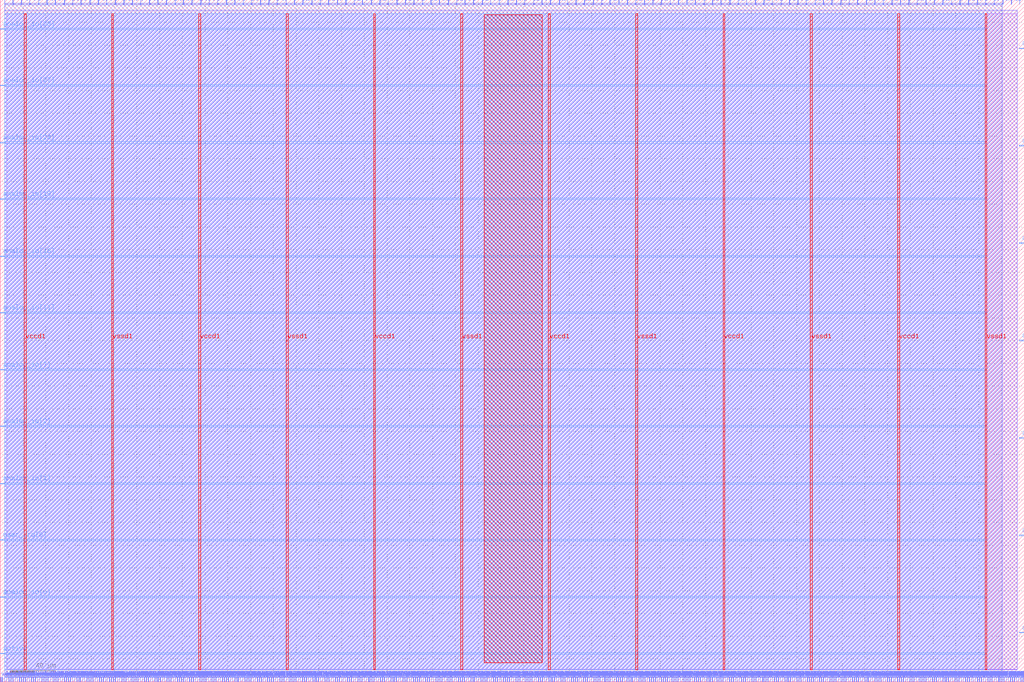
<source format=lef>
VERSION 5.7 ;
  NOWIREEXTENSIONATPIN ON ;
  DIVIDERCHAR "/" ;
  BUSBITCHARS "[]" ;
MACRO macro_10
  CLASS BLOCK ;
  FOREIGN macro_10 ;
  ORIGIN 0.000 0.000 ;
  SIZE 900.000 BY 600.000 ;
  PIN active
    DIRECTION INPUT ;
    USE SIGNAL ;
    PORT
      LAYER met3 ;
        RECT 0.000 24.520 4.000 25.120 ;
    END
  END active
  PIN analog_io[0]
    DIRECTION INOUT ;
    USE SIGNAL ;
    PORT
      LAYER met3 ;
        RECT 0.000 74.160 4.000 74.760 ;
    END
  END analog_io[0]
  PIN analog_io[10]
    DIRECTION INOUT ;
    USE SIGNAL ;
    PORT
      LAYER met2 ;
        RECT 893.410 0.000 893.690 4.000 ;
    END
  END analog_io[10]
  PIN analog_io[11]
    DIRECTION INOUT ;
    USE SIGNAL ;
    PORT
      LAYER met3 ;
        RECT 0.000 324.400 4.000 325.000 ;
    END
  END analog_io[11]
  PIN analog_io[12]
    DIRECTION INOUT ;
    USE SIGNAL ;
    PORT
      LAYER met2 ;
        RECT 888.810 596.000 889.090 600.000 ;
    END
  END analog_io[12]
  PIN analog_io[13]
    DIRECTION INOUT ;
    USE SIGNAL ;
    PORT
      LAYER met2 ;
        RECT 895.250 0.000 895.530 4.000 ;
    END
  END analog_io[13]
  PIN analog_io[14]
    DIRECTION INOUT ;
    USE SIGNAL ;
    PORT
      LAYER met3 ;
        RECT 896.000 42.880 900.000 43.480 ;
    END
  END analog_io[14]
  PIN analog_io[15]
    DIRECTION INOUT ;
    USE SIGNAL ;
    PORT
      LAYER met3 ;
        RECT 896.000 128.560 900.000 129.160 ;
    END
  END analog_io[15]
  PIN analog_io[16]
    DIRECTION INOUT ;
    USE SIGNAL ;
    PORT
      LAYER met3 ;
        RECT 0.000 374.040 4.000 374.640 ;
    END
  END analog_io[16]
  PIN analog_io[17]
    DIRECTION INOUT ;
    USE SIGNAL ;
    PORT
      LAYER met3 ;
        RECT 896.000 214.240 900.000 214.840 ;
    END
  END analog_io[17]
  PIN analog_io[18]
    DIRECTION INOUT ;
    USE SIGNAL ;
    PORT
      LAYER met3 ;
        RECT 0.000 424.360 4.000 424.960 ;
    END
  END analog_io[18]
  PIN analog_io[19]
    DIRECTION INOUT ;
    USE SIGNAL ;
    PORT
      LAYER met2 ;
        RECT 896.170 596.000 896.450 600.000 ;
    END
  END analog_io[19]
  PIN analog_io[1]
    DIRECTION INOUT ;
    USE SIGNAL ;
    PORT
      LAYER met3 ;
        RECT 0.000 174.120 4.000 174.720 ;
    END
  END analog_io[1]
  PIN analog_io[20]
    DIRECTION INOUT ;
    USE SIGNAL ;
    PORT
      LAYER met2 ;
        RECT 897.090 0.000 897.370 4.000 ;
    END
  END analog_io[20]
  PIN analog_io[21]
    DIRECTION INOUT ;
    USE SIGNAL ;
    PORT
      LAYER met2 ;
        RECT 898.930 0.000 899.210 4.000 ;
    END
  END analog_io[21]
  PIN analog_io[22]
    DIRECTION INOUT ;
    USE SIGNAL ;
    PORT
      LAYER met3 ;
        RECT 896.000 299.920 900.000 300.520 ;
    END
  END analog_io[22]
  PIN analog_io[23]
    DIRECTION INOUT ;
    USE SIGNAL ;
    PORT
      LAYER met3 ;
        RECT 896.000 385.600 900.000 386.200 ;
    END
  END analog_io[23]
  PIN analog_io[24]
    DIRECTION INOUT ;
    USE SIGNAL ;
    PORT
      LAYER met3 ;
        RECT 0.000 474.000 4.000 474.600 ;
    END
  END analog_io[24]
  PIN analog_io[25]
    DIRECTION INOUT ;
    USE SIGNAL ;
    PORT
      LAYER met3 ;
        RECT 896.000 471.280 900.000 471.880 ;
    END
  END analog_io[25]
  PIN analog_io[26]
    DIRECTION INOUT ;
    USE SIGNAL ;
    PORT
      LAYER met3 ;
        RECT 896.000 556.960 900.000 557.560 ;
    END
  END analog_io[26]
  PIN analog_io[27]
    DIRECTION INOUT ;
    USE SIGNAL ;
    PORT
      LAYER met3 ;
        RECT 0.000 524.320 4.000 524.920 ;
    END
  END analog_io[27]
  PIN analog_io[28]
    DIRECTION INOUT ;
    USE SIGNAL ;
    PORT
      LAYER met3 ;
        RECT 0.000 573.960 4.000 574.560 ;
    END
  END analog_io[28]
  PIN analog_io[2]
    DIRECTION INOUT ;
    USE SIGNAL ;
    PORT
      LAYER met3 ;
        RECT 0.000 224.440 4.000 225.040 ;
    END
  END analog_io[2]
  PIN analog_io[3]
    DIRECTION INOUT ;
    USE SIGNAL ;
    PORT
      LAYER met2 ;
        RECT 886.050 0.000 886.330 4.000 ;
    END
  END analog_io[3]
  PIN analog_io[4]
    DIRECTION INOUT ;
    USE SIGNAL ;
    PORT
      LAYER met2 ;
        RECT 887.890 0.000 888.170 4.000 ;
    END
  END analog_io[4]
  PIN analog_io[5]
    DIRECTION INOUT ;
    USE SIGNAL ;
    PORT
      LAYER met2 ;
        RECT 873.630 596.000 873.910 600.000 ;
    END
  END analog_io[5]
  PIN analog_io[6]
    DIRECTION INOUT ;
    USE SIGNAL ;
    PORT
      LAYER met2 ;
        RECT 889.730 0.000 890.010 4.000 ;
    END
  END analog_io[6]
  PIN analog_io[7]
    DIRECTION INOUT ;
    USE SIGNAL ;
    PORT
      LAYER met3 ;
        RECT 0.000 274.080 4.000 274.680 ;
    END
  END analog_io[7]
  PIN analog_io[8]
    DIRECTION INOUT ;
    USE SIGNAL ;
    PORT
      LAYER met2 ;
        RECT 881.450 596.000 881.730 600.000 ;
    END
  END analog_io[8]
  PIN analog_io[9]
    DIRECTION INOUT ;
    USE SIGNAL ;
    PORT
      LAYER met2 ;
        RECT 891.570 0.000 891.850 4.000 ;
    END
  END analog_io[9]
  PIN io_in[0]
    DIRECTION INPUT ;
    USE SIGNAL ;
    PORT
      LAYER met2 ;
        RECT 3.770 596.000 4.050 600.000 ;
    END
  END io_in[0]
  PIN io_in[10]
    DIRECTION INPUT ;
    USE SIGNAL ;
    PORT
      LAYER met2 ;
        RECT 228.710 596.000 228.990 600.000 ;
    END
  END io_in[10]
  PIN io_in[11]
    DIRECTION INPUT ;
    USE SIGNAL ;
    PORT
      LAYER met2 ;
        RECT 251.250 596.000 251.530 600.000 ;
    END
  END io_in[11]
  PIN io_in[12]
    DIRECTION INPUT ;
    USE SIGNAL ;
    PORT
      LAYER met2 ;
        RECT 273.790 596.000 274.070 600.000 ;
    END
  END io_in[12]
  PIN io_in[13]
    DIRECTION INPUT ;
    USE SIGNAL ;
    PORT
      LAYER met2 ;
        RECT 296.330 596.000 296.610 600.000 ;
    END
  END io_in[13]
  PIN io_in[14]
    DIRECTION INPUT ;
    USE SIGNAL ;
    PORT
      LAYER met2 ;
        RECT 318.410 596.000 318.690 600.000 ;
    END
  END io_in[14]
  PIN io_in[15]
    DIRECTION INPUT ;
    USE SIGNAL ;
    PORT
      LAYER met2 ;
        RECT 340.950 596.000 341.230 600.000 ;
    END
  END io_in[15]
  PIN io_in[16]
    DIRECTION INPUT ;
    USE SIGNAL ;
    PORT
      LAYER met2 ;
        RECT 363.490 596.000 363.770 600.000 ;
    END
  END io_in[16]
  PIN io_in[17]
    DIRECTION INPUT ;
    USE SIGNAL ;
    PORT
      LAYER met2 ;
        RECT 386.030 596.000 386.310 600.000 ;
    END
  END io_in[17]
  PIN io_in[18]
    DIRECTION INPUT ;
    USE SIGNAL ;
    PORT
      LAYER met2 ;
        RECT 408.570 596.000 408.850 600.000 ;
    END
  END io_in[18]
  PIN io_in[19]
    DIRECTION INPUT ;
    USE SIGNAL ;
    PORT
      LAYER met2 ;
        RECT 431.110 596.000 431.390 600.000 ;
    END
  END io_in[19]
  PIN io_in[1]
    DIRECTION INPUT ;
    USE SIGNAL ;
    PORT
      LAYER met2 ;
        RECT 25.850 596.000 26.130 600.000 ;
    END
  END io_in[1]
  PIN io_in[20]
    DIRECTION INPUT ;
    USE SIGNAL ;
    PORT
      LAYER met2 ;
        RECT 453.650 596.000 453.930 600.000 ;
    END
  END io_in[20]
  PIN io_in[21]
    DIRECTION INPUT ;
    USE SIGNAL ;
    PORT
      LAYER met2 ;
        RECT 476.190 596.000 476.470 600.000 ;
    END
  END io_in[21]
  PIN io_in[22]
    DIRECTION INPUT ;
    USE SIGNAL ;
    PORT
      LAYER met2 ;
        RECT 498.730 596.000 499.010 600.000 ;
    END
  END io_in[22]
  PIN io_in[23]
    DIRECTION INPUT ;
    USE SIGNAL ;
    PORT
      LAYER met2 ;
        RECT 521.270 596.000 521.550 600.000 ;
    END
  END io_in[23]
  PIN io_in[24]
    DIRECTION INPUT ;
    USE SIGNAL ;
    PORT
      LAYER met2 ;
        RECT 543.810 596.000 544.090 600.000 ;
    END
  END io_in[24]
  PIN io_in[25]
    DIRECTION INPUT ;
    USE SIGNAL ;
    PORT
      LAYER met2 ;
        RECT 566.350 596.000 566.630 600.000 ;
    END
  END io_in[25]
  PIN io_in[26]
    DIRECTION INPUT ;
    USE SIGNAL ;
    PORT
      LAYER met2 ;
        RECT 588.890 596.000 589.170 600.000 ;
    END
  END io_in[26]
  PIN io_in[27]
    DIRECTION INPUT ;
    USE SIGNAL ;
    PORT
      LAYER met2 ;
        RECT 610.970 596.000 611.250 600.000 ;
    END
  END io_in[27]
  PIN io_in[28]
    DIRECTION INPUT ;
    USE SIGNAL ;
    PORT
      LAYER met2 ;
        RECT 633.510 596.000 633.790 600.000 ;
    END
  END io_in[28]
  PIN io_in[29]
    DIRECTION INPUT ;
    USE SIGNAL ;
    PORT
      LAYER met2 ;
        RECT 656.050 596.000 656.330 600.000 ;
    END
  END io_in[29]
  PIN io_in[2]
    DIRECTION INPUT ;
    USE SIGNAL ;
    PORT
      LAYER met2 ;
        RECT 48.390 596.000 48.670 600.000 ;
    END
  END io_in[2]
  PIN io_in[30]
    DIRECTION INPUT ;
    USE SIGNAL ;
    PORT
      LAYER met2 ;
        RECT 678.590 596.000 678.870 600.000 ;
    END
  END io_in[30]
  PIN io_in[31]
    DIRECTION INPUT ;
    USE SIGNAL ;
    PORT
      LAYER met2 ;
        RECT 701.130 596.000 701.410 600.000 ;
    END
  END io_in[31]
  PIN io_in[32]
    DIRECTION INPUT ;
    USE SIGNAL ;
    PORT
      LAYER met2 ;
        RECT 723.670 596.000 723.950 600.000 ;
    END
  END io_in[32]
  PIN io_in[33]
    DIRECTION INPUT ;
    USE SIGNAL ;
    PORT
      LAYER met2 ;
        RECT 746.210 596.000 746.490 600.000 ;
    END
  END io_in[33]
  PIN io_in[34]
    DIRECTION INPUT ;
    USE SIGNAL ;
    PORT
      LAYER met2 ;
        RECT 768.750 596.000 769.030 600.000 ;
    END
  END io_in[34]
  PIN io_in[35]
    DIRECTION INPUT ;
    USE SIGNAL ;
    PORT
      LAYER met2 ;
        RECT 791.290 596.000 791.570 600.000 ;
    END
  END io_in[35]
  PIN io_in[36]
    DIRECTION INPUT ;
    USE SIGNAL ;
    PORT
      LAYER met2 ;
        RECT 813.830 596.000 814.110 600.000 ;
    END
  END io_in[36]
  PIN io_in[37]
    DIRECTION INPUT ;
    USE SIGNAL ;
    PORT
      LAYER met2 ;
        RECT 836.370 596.000 836.650 600.000 ;
    END
  END io_in[37]
  PIN io_in[3]
    DIRECTION INPUT ;
    USE SIGNAL ;
    PORT
      LAYER met2 ;
        RECT 70.930 596.000 71.210 600.000 ;
    END
  END io_in[3]
  PIN io_in[4]
    DIRECTION INPUT ;
    USE SIGNAL ;
    PORT
      LAYER met2 ;
        RECT 93.470 596.000 93.750 600.000 ;
    END
  END io_in[4]
  PIN io_in[5]
    DIRECTION INPUT ;
    USE SIGNAL ;
    PORT
      LAYER met2 ;
        RECT 116.010 596.000 116.290 600.000 ;
    END
  END io_in[5]
  PIN io_in[6]
    DIRECTION INPUT ;
    USE SIGNAL ;
    PORT
      LAYER met2 ;
        RECT 138.550 596.000 138.830 600.000 ;
    END
  END io_in[6]
  PIN io_in[7]
    DIRECTION INPUT ;
    USE SIGNAL ;
    PORT
      LAYER met2 ;
        RECT 161.090 596.000 161.370 600.000 ;
    END
  END io_in[7]
  PIN io_in[8]
    DIRECTION INPUT ;
    USE SIGNAL ;
    PORT
      LAYER met2 ;
        RECT 183.630 596.000 183.910 600.000 ;
    END
  END io_in[8]
  PIN io_in[9]
    DIRECTION INPUT ;
    USE SIGNAL ;
    PORT
      LAYER met2 ;
        RECT 206.170 596.000 206.450 600.000 ;
    END
  END io_in[9]
  PIN io_oeb[0]
    DIRECTION OUTPUT TRISTATE ;
    USE SIGNAL ;
    PORT
      LAYER met2 ;
        RECT 11.130 596.000 11.410 600.000 ;
    END
  END io_oeb[0]
  PIN io_oeb[10]
    DIRECTION OUTPUT TRISTATE ;
    USE SIGNAL ;
    PORT
      LAYER met2 ;
        RECT 236.070 596.000 236.350 600.000 ;
    END
  END io_oeb[10]
  PIN io_oeb[11]
    DIRECTION OUTPUT TRISTATE ;
    USE SIGNAL ;
    PORT
      LAYER met2 ;
        RECT 258.610 596.000 258.890 600.000 ;
    END
  END io_oeb[11]
  PIN io_oeb[12]
    DIRECTION OUTPUT TRISTATE ;
    USE SIGNAL ;
    PORT
      LAYER met2 ;
        RECT 281.150 596.000 281.430 600.000 ;
    END
  END io_oeb[12]
  PIN io_oeb[13]
    DIRECTION OUTPUT TRISTATE ;
    USE SIGNAL ;
    PORT
      LAYER met2 ;
        RECT 303.690 596.000 303.970 600.000 ;
    END
  END io_oeb[13]
  PIN io_oeb[14]
    DIRECTION OUTPUT TRISTATE ;
    USE SIGNAL ;
    PORT
      LAYER met2 ;
        RECT 326.230 596.000 326.510 600.000 ;
    END
  END io_oeb[14]
  PIN io_oeb[15]
    DIRECTION OUTPUT TRISTATE ;
    USE SIGNAL ;
    PORT
      LAYER met2 ;
        RECT 348.770 596.000 349.050 600.000 ;
    END
  END io_oeb[15]
  PIN io_oeb[16]
    DIRECTION OUTPUT TRISTATE ;
    USE SIGNAL ;
    PORT
      LAYER met2 ;
        RECT 371.310 596.000 371.590 600.000 ;
    END
  END io_oeb[16]
  PIN io_oeb[17]
    DIRECTION OUTPUT TRISTATE ;
    USE SIGNAL ;
    PORT
      LAYER met2 ;
        RECT 393.850 596.000 394.130 600.000 ;
    END
  END io_oeb[17]
  PIN io_oeb[18]
    DIRECTION OUTPUT TRISTATE ;
    USE SIGNAL ;
    PORT
      LAYER met2 ;
        RECT 415.930 596.000 416.210 600.000 ;
    END
  END io_oeb[18]
  PIN io_oeb[19]
    DIRECTION OUTPUT TRISTATE ;
    USE SIGNAL ;
    PORT
      LAYER met2 ;
        RECT 438.470 596.000 438.750 600.000 ;
    END
  END io_oeb[19]
  PIN io_oeb[1]
    DIRECTION OUTPUT TRISTATE ;
    USE SIGNAL ;
    PORT
      LAYER met2 ;
        RECT 33.670 596.000 33.950 600.000 ;
    END
  END io_oeb[1]
  PIN io_oeb[20]
    DIRECTION OUTPUT TRISTATE ;
    USE SIGNAL ;
    PORT
      LAYER met2 ;
        RECT 461.010 596.000 461.290 600.000 ;
    END
  END io_oeb[20]
  PIN io_oeb[21]
    DIRECTION OUTPUT TRISTATE ;
    USE SIGNAL ;
    PORT
      LAYER met2 ;
        RECT 483.550 596.000 483.830 600.000 ;
    END
  END io_oeb[21]
  PIN io_oeb[22]
    DIRECTION OUTPUT TRISTATE ;
    USE SIGNAL ;
    PORT
      LAYER met2 ;
        RECT 506.090 596.000 506.370 600.000 ;
    END
  END io_oeb[22]
  PIN io_oeb[23]
    DIRECTION OUTPUT TRISTATE ;
    USE SIGNAL ;
    PORT
      LAYER met2 ;
        RECT 528.630 596.000 528.910 600.000 ;
    END
  END io_oeb[23]
  PIN io_oeb[24]
    DIRECTION OUTPUT TRISTATE ;
    USE SIGNAL ;
    PORT
      LAYER met2 ;
        RECT 551.170 596.000 551.450 600.000 ;
    END
  END io_oeb[24]
  PIN io_oeb[25]
    DIRECTION OUTPUT TRISTATE ;
    USE SIGNAL ;
    PORT
      LAYER met2 ;
        RECT 573.710 596.000 573.990 600.000 ;
    END
  END io_oeb[25]
  PIN io_oeb[26]
    DIRECTION OUTPUT TRISTATE ;
    USE SIGNAL ;
    PORT
      LAYER met2 ;
        RECT 596.250 596.000 596.530 600.000 ;
    END
  END io_oeb[26]
  PIN io_oeb[27]
    DIRECTION OUTPUT TRISTATE ;
    USE SIGNAL ;
    PORT
      LAYER met2 ;
        RECT 618.790 596.000 619.070 600.000 ;
    END
  END io_oeb[27]
  PIN io_oeb[28]
    DIRECTION OUTPUT TRISTATE ;
    USE SIGNAL ;
    PORT
      LAYER met2 ;
        RECT 641.330 596.000 641.610 600.000 ;
    END
  END io_oeb[28]
  PIN io_oeb[29]
    DIRECTION OUTPUT TRISTATE ;
    USE SIGNAL ;
    PORT
      LAYER met2 ;
        RECT 663.870 596.000 664.150 600.000 ;
    END
  END io_oeb[29]
  PIN io_oeb[2]
    DIRECTION OUTPUT TRISTATE ;
    USE SIGNAL ;
    PORT
      LAYER met2 ;
        RECT 56.210 596.000 56.490 600.000 ;
    END
  END io_oeb[2]
  PIN io_oeb[30]
    DIRECTION OUTPUT TRISTATE ;
    USE SIGNAL ;
    PORT
      LAYER met2 ;
        RECT 686.410 596.000 686.690 600.000 ;
    END
  END io_oeb[30]
  PIN io_oeb[31]
    DIRECTION OUTPUT TRISTATE ;
    USE SIGNAL ;
    PORT
      LAYER met2 ;
        RECT 708.490 596.000 708.770 600.000 ;
    END
  END io_oeb[31]
  PIN io_oeb[32]
    DIRECTION OUTPUT TRISTATE ;
    USE SIGNAL ;
    PORT
      LAYER met2 ;
        RECT 731.030 596.000 731.310 600.000 ;
    END
  END io_oeb[32]
  PIN io_oeb[33]
    DIRECTION OUTPUT TRISTATE ;
    USE SIGNAL ;
    PORT
      LAYER met2 ;
        RECT 753.570 596.000 753.850 600.000 ;
    END
  END io_oeb[33]
  PIN io_oeb[34]
    DIRECTION OUTPUT TRISTATE ;
    USE SIGNAL ;
    PORT
      LAYER met2 ;
        RECT 776.110 596.000 776.390 600.000 ;
    END
  END io_oeb[34]
  PIN io_oeb[35]
    DIRECTION OUTPUT TRISTATE ;
    USE SIGNAL ;
    PORT
      LAYER met2 ;
        RECT 798.650 596.000 798.930 600.000 ;
    END
  END io_oeb[35]
  PIN io_oeb[36]
    DIRECTION OUTPUT TRISTATE ;
    USE SIGNAL ;
    PORT
      LAYER met2 ;
        RECT 821.190 596.000 821.470 600.000 ;
    END
  END io_oeb[36]
  PIN io_oeb[37]
    DIRECTION OUTPUT TRISTATE ;
    USE SIGNAL ;
    PORT
      LAYER met2 ;
        RECT 843.730 596.000 844.010 600.000 ;
    END
  END io_oeb[37]
  PIN io_oeb[3]
    DIRECTION OUTPUT TRISTATE ;
    USE SIGNAL ;
    PORT
      LAYER met2 ;
        RECT 78.750 596.000 79.030 600.000 ;
    END
  END io_oeb[3]
  PIN io_oeb[4]
    DIRECTION OUTPUT TRISTATE ;
    USE SIGNAL ;
    PORT
      LAYER met2 ;
        RECT 101.290 596.000 101.570 600.000 ;
    END
  END io_oeb[4]
  PIN io_oeb[5]
    DIRECTION OUTPUT TRISTATE ;
    USE SIGNAL ;
    PORT
      LAYER met2 ;
        RECT 123.370 596.000 123.650 600.000 ;
    END
  END io_oeb[5]
  PIN io_oeb[6]
    DIRECTION OUTPUT TRISTATE ;
    USE SIGNAL ;
    PORT
      LAYER met2 ;
        RECT 145.910 596.000 146.190 600.000 ;
    END
  END io_oeb[6]
  PIN io_oeb[7]
    DIRECTION OUTPUT TRISTATE ;
    USE SIGNAL ;
    PORT
      LAYER met2 ;
        RECT 168.450 596.000 168.730 600.000 ;
    END
  END io_oeb[7]
  PIN io_oeb[8]
    DIRECTION OUTPUT TRISTATE ;
    USE SIGNAL ;
    PORT
      LAYER met2 ;
        RECT 190.990 596.000 191.270 600.000 ;
    END
  END io_oeb[8]
  PIN io_oeb[9]
    DIRECTION OUTPUT TRISTATE ;
    USE SIGNAL ;
    PORT
      LAYER met2 ;
        RECT 213.530 596.000 213.810 600.000 ;
    END
  END io_oeb[9]
  PIN io_out[0]
    DIRECTION OUTPUT TRISTATE ;
    USE SIGNAL ;
    PORT
      LAYER met2 ;
        RECT 18.490 596.000 18.770 600.000 ;
    END
  END io_out[0]
  PIN io_out[10]
    DIRECTION OUTPUT TRISTATE ;
    USE SIGNAL ;
    PORT
      LAYER met2 ;
        RECT 243.430 596.000 243.710 600.000 ;
    END
  END io_out[10]
  PIN io_out[11]
    DIRECTION OUTPUT TRISTATE ;
    USE SIGNAL ;
    PORT
      LAYER met2 ;
        RECT 265.970 596.000 266.250 600.000 ;
    END
  END io_out[11]
  PIN io_out[12]
    DIRECTION OUTPUT TRISTATE ;
    USE SIGNAL ;
    PORT
      LAYER met2 ;
        RECT 288.510 596.000 288.790 600.000 ;
    END
  END io_out[12]
  PIN io_out[13]
    DIRECTION OUTPUT TRISTATE ;
    USE SIGNAL ;
    PORT
      LAYER met2 ;
        RECT 311.050 596.000 311.330 600.000 ;
    END
  END io_out[13]
  PIN io_out[14]
    DIRECTION OUTPUT TRISTATE ;
    USE SIGNAL ;
    PORT
      LAYER met2 ;
        RECT 333.590 596.000 333.870 600.000 ;
    END
  END io_out[14]
  PIN io_out[15]
    DIRECTION OUTPUT TRISTATE ;
    USE SIGNAL ;
    PORT
      LAYER met2 ;
        RECT 356.130 596.000 356.410 600.000 ;
    END
  END io_out[15]
  PIN io_out[16]
    DIRECTION OUTPUT TRISTATE ;
    USE SIGNAL ;
    PORT
      LAYER met2 ;
        RECT 378.670 596.000 378.950 600.000 ;
    END
  END io_out[16]
  PIN io_out[17]
    DIRECTION OUTPUT TRISTATE ;
    USE SIGNAL ;
    PORT
      LAYER met2 ;
        RECT 401.210 596.000 401.490 600.000 ;
    END
  END io_out[17]
  PIN io_out[18]
    DIRECTION OUTPUT TRISTATE ;
    USE SIGNAL ;
    PORT
      LAYER met2 ;
        RECT 423.750 596.000 424.030 600.000 ;
    END
  END io_out[18]
  PIN io_out[19]
    DIRECTION OUTPUT TRISTATE ;
    USE SIGNAL ;
    PORT
      LAYER met2 ;
        RECT 446.290 596.000 446.570 600.000 ;
    END
  END io_out[19]
  PIN io_out[1]
    DIRECTION OUTPUT TRISTATE ;
    USE SIGNAL ;
    PORT
      LAYER met2 ;
        RECT 41.030 596.000 41.310 600.000 ;
    END
  END io_out[1]
  PIN io_out[20]
    DIRECTION OUTPUT TRISTATE ;
    USE SIGNAL ;
    PORT
      LAYER met2 ;
        RECT 468.830 596.000 469.110 600.000 ;
    END
  END io_out[20]
  PIN io_out[21]
    DIRECTION OUTPUT TRISTATE ;
    USE SIGNAL ;
    PORT
      LAYER met2 ;
        RECT 491.370 596.000 491.650 600.000 ;
    END
  END io_out[21]
  PIN io_out[22]
    DIRECTION OUTPUT TRISTATE ;
    USE SIGNAL ;
    PORT
      LAYER met2 ;
        RECT 513.450 596.000 513.730 600.000 ;
    END
  END io_out[22]
  PIN io_out[23]
    DIRECTION OUTPUT TRISTATE ;
    USE SIGNAL ;
    PORT
      LAYER met2 ;
        RECT 535.990 596.000 536.270 600.000 ;
    END
  END io_out[23]
  PIN io_out[24]
    DIRECTION OUTPUT TRISTATE ;
    USE SIGNAL ;
    PORT
      LAYER met2 ;
        RECT 558.530 596.000 558.810 600.000 ;
    END
  END io_out[24]
  PIN io_out[25]
    DIRECTION OUTPUT TRISTATE ;
    USE SIGNAL ;
    PORT
      LAYER met2 ;
        RECT 581.070 596.000 581.350 600.000 ;
    END
  END io_out[25]
  PIN io_out[26]
    DIRECTION OUTPUT TRISTATE ;
    USE SIGNAL ;
    PORT
      LAYER met2 ;
        RECT 603.610 596.000 603.890 600.000 ;
    END
  END io_out[26]
  PIN io_out[27]
    DIRECTION OUTPUT TRISTATE ;
    USE SIGNAL ;
    PORT
      LAYER met2 ;
        RECT 626.150 596.000 626.430 600.000 ;
    END
  END io_out[27]
  PIN io_out[28]
    DIRECTION OUTPUT TRISTATE ;
    USE SIGNAL ;
    PORT
      LAYER met2 ;
        RECT 648.690 596.000 648.970 600.000 ;
    END
  END io_out[28]
  PIN io_out[29]
    DIRECTION OUTPUT TRISTATE ;
    USE SIGNAL ;
    PORT
      LAYER met2 ;
        RECT 671.230 596.000 671.510 600.000 ;
    END
  END io_out[29]
  PIN io_out[2]
    DIRECTION OUTPUT TRISTATE ;
    USE SIGNAL ;
    PORT
      LAYER met2 ;
        RECT 63.570 596.000 63.850 600.000 ;
    END
  END io_out[2]
  PIN io_out[30]
    DIRECTION OUTPUT TRISTATE ;
    USE SIGNAL ;
    PORT
      LAYER met2 ;
        RECT 693.770 596.000 694.050 600.000 ;
    END
  END io_out[30]
  PIN io_out[31]
    DIRECTION OUTPUT TRISTATE ;
    USE SIGNAL ;
    PORT
      LAYER met2 ;
        RECT 716.310 596.000 716.590 600.000 ;
    END
  END io_out[31]
  PIN io_out[32]
    DIRECTION OUTPUT TRISTATE ;
    USE SIGNAL ;
    PORT
      LAYER met2 ;
        RECT 738.850 596.000 739.130 600.000 ;
    END
  END io_out[32]
  PIN io_out[33]
    DIRECTION OUTPUT TRISTATE ;
    USE SIGNAL ;
    PORT
      LAYER met2 ;
        RECT 761.390 596.000 761.670 600.000 ;
    END
  END io_out[33]
  PIN io_out[34]
    DIRECTION OUTPUT TRISTATE ;
    USE SIGNAL ;
    PORT
      LAYER met2 ;
        RECT 783.930 596.000 784.210 600.000 ;
    END
  END io_out[34]
  PIN io_out[35]
    DIRECTION OUTPUT TRISTATE ;
    USE SIGNAL ;
    PORT
      LAYER met2 ;
        RECT 806.010 596.000 806.290 600.000 ;
    END
  END io_out[35]
  PIN io_out[36]
    DIRECTION OUTPUT TRISTATE ;
    USE SIGNAL ;
    PORT
      LAYER met2 ;
        RECT 828.550 596.000 828.830 600.000 ;
    END
  END io_out[36]
  PIN io_out[37]
    DIRECTION OUTPUT TRISTATE ;
    USE SIGNAL ;
    PORT
      LAYER met2 ;
        RECT 851.090 596.000 851.370 600.000 ;
    END
  END io_out[37]
  PIN io_out[3]
    DIRECTION OUTPUT TRISTATE ;
    USE SIGNAL ;
    PORT
      LAYER met2 ;
        RECT 86.110 596.000 86.390 600.000 ;
    END
  END io_out[3]
  PIN io_out[4]
    DIRECTION OUTPUT TRISTATE ;
    USE SIGNAL ;
    PORT
      LAYER met2 ;
        RECT 108.650 596.000 108.930 600.000 ;
    END
  END io_out[4]
  PIN io_out[5]
    DIRECTION OUTPUT TRISTATE ;
    USE SIGNAL ;
    PORT
      LAYER met2 ;
        RECT 131.190 596.000 131.470 600.000 ;
    END
  END io_out[5]
  PIN io_out[6]
    DIRECTION OUTPUT TRISTATE ;
    USE SIGNAL ;
    PORT
      LAYER met2 ;
        RECT 153.730 596.000 154.010 600.000 ;
    END
  END io_out[6]
  PIN io_out[7]
    DIRECTION OUTPUT TRISTATE ;
    USE SIGNAL ;
    PORT
      LAYER met2 ;
        RECT 176.270 596.000 176.550 600.000 ;
    END
  END io_out[7]
  PIN io_out[8]
    DIRECTION OUTPUT TRISTATE ;
    USE SIGNAL ;
    PORT
      LAYER met2 ;
        RECT 198.810 596.000 199.090 600.000 ;
    END
  END io_out[8]
  PIN io_out[9]
    DIRECTION OUTPUT TRISTATE ;
    USE SIGNAL ;
    PORT
      LAYER met2 ;
        RECT 220.890 596.000 221.170 600.000 ;
    END
  END io_out[9]
  PIN la_data_in[0]
    DIRECTION INPUT ;
    USE SIGNAL ;
    PORT
      LAYER met2 ;
        RECT 191.450 0.000 191.730 4.000 ;
    END
  END la_data_in[0]
  PIN la_data_in[100]
    DIRECTION INPUT ;
    USE SIGNAL ;
    PORT
      LAYER met2 ;
        RECT 732.870 0.000 733.150 4.000 ;
    END
  END la_data_in[100]
  PIN la_data_in[101]
    DIRECTION INPUT ;
    USE SIGNAL ;
    PORT
      LAYER met2 ;
        RECT 738.390 0.000 738.670 4.000 ;
    END
  END la_data_in[101]
  PIN la_data_in[102]
    DIRECTION INPUT ;
    USE SIGNAL ;
    PORT
      LAYER met2 ;
        RECT 743.450 0.000 743.730 4.000 ;
    END
  END la_data_in[102]
  PIN la_data_in[103]
    DIRECTION INPUT ;
    USE SIGNAL ;
    PORT
      LAYER met2 ;
        RECT 748.970 0.000 749.250 4.000 ;
    END
  END la_data_in[103]
  PIN la_data_in[104]
    DIRECTION INPUT ;
    USE SIGNAL ;
    PORT
      LAYER met2 ;
        RECT 754.490 0.000 754.770 4.000 ;
    END
  END la_data_in[104]
  PIN la_data_in[105]
    DIRECTION INPUT ;
    USE SIGNAL ;
    PORT
      LAYER met2 ;
        RECT 760.010 0.000 760.290 4.000 ;
    END
  END la_data_in[105]
  PIN la_data_in[106]
    DIRECTION INPUT ;
    USE SIGNAL ;
    PORT
      LAYER met2 ;
        RECT 765.070 0.000 765.350 4.000 ;
    END
  END la_data_in[106]
  PIN la_data_in[107]
    DIRECTION INPUT ;
    USE SIGNAL ;
    PORT
      LAYER met2 ;
        RECT 770.590 0.000 770.870 4.000 ;
    END
  END la_data_in[107]
  PIN la_data_in[108]
    DIRECTION INPUT ;
    USE SIGNAL ;
    PORT
      LAYER met2 ;
        RECT 776.110 0.000 776.390 4.000 ;
    END
  END la_data_in[108]
  PIN la_data_in[109]
    DIRECTION INPUT ;
    USE SIGNAL ;
    PORT
      LAYER met2 ;
        RECT 781.630 0.000 781.910 4.000 ;
    END
  END la_data_in[109]
  PIN la_data_in[10]
    DIRECTION INPUT ;
    USE SIGNAL ;
    PORT
      LAYER met2 ;
        RECT 245.730 0.000 246.010 4.000 ;
    END
  END la_data_in[10]
  PIN la_data_in[110]
    DIRECTION INPUT ;
    USE SIGNAL ;
    PORT
      LAYER met2 ;
        RECT 786.690 0.000 786.970 4.000 ;
    END
  END la_data_in[110]
  PIN la_data_in[111]
    DIRECTION INPUT ;
    USE SIGNAL ;
    PORT
      LAYER met2 ;
        RECT 792.210 0.000 792.490 4.000 ;
    END
  END la_data_in[111]
  PIN la_data_in[112]
    DIRECTION INPUT ;
    USE SIGNAL ;
    PORT
      LAYER met2 ;
        RECT 797.730 0.000 798.010 4.000 ;
    END
  END la_data_in[112]
  PIN la_data_in[113]
    DIRECTION INPUT ;
    USE SIGNAL ;
    PORT
      LAYER met2 ;
        RECT 803.250 0.000 803.530 4.000 ;
    END
  END la_data_in[113]
  PIN la_data_in[114]
    DIRECTION INPUT ;
    USE SIGNAL ;
    PORT
      LAYER met2 ;
        RECT 808.310 0.000 808.590 4.000 ;
    END
  END la_data_in[114]
  PIN la_data_in[115]
    DIRECTION INPUT ;
    USE SIGNAL ;
    PORT
      LAYER met2 ;
        RECT 813.830 0.000 814.110 4.000 ;
    END
  END la_data_in[115]
  PIN la_data_in[116]
    DIRECTION INPUT ;
    USE SIGNAL ;
    PORT
      LAYER met2 ;
        RECT 819.350 0.000 819.630 4.000 ;
    END
  END la_data_in[116]
  PIN la_data_in[117]
    DIRECTION INPUT ;
    USE SIGNAL ;
    PORT
      LAYER met2 ;
        RECT 824.870 0.000 825.150 4.000 ;
    END
  END la_data_in[117]
  PIN la_data_in[118]
    DIRECTION INPUT ;
    USE SIGNAL ;
    PORT
      LAYER met2 ;
        RECT 830.390 0.000 830.670 4.000 ;
    END
  END la_data_in[118]
  PIN la_data_in[119]
    DIRECTION INPUT ;
    USE SIGNAL ;
    PORT
      LAYER met2 ;
        RECT 835.450 0.000 835.730 4.000 ;
    END
  END la_data_in[119]
  PIN la_data_in[11]
    DIRECTION INPUT ;
    USE SIGNAL ;
    PORT
      LAYER met2 ;
        RECT 251.250 0.000 251.530 4.000 ;
    END
  END la_data_in[11]
  PIN la_data_in[120]
    DIRECTION INPUT ;
    USE SIGNAL ;
    PORT
      LAYER met2 ;
        RECT 840.970 0.000 841.250 4.000 ;
    END
  END la_data_in[120]
  PIN la_data_in[121]
    DIRECTION INPUT ;
    USE SIGNAL ;
    PORT
      LAYER met2 ;
        RECT 846.490 0.000 846.770 4.000 ;
    END
  END la_data_in[121]
  PIN la_data_in[122]
    DIRECTION INPUT ;
    USE SIGNAL ;
    PORT
      LAYER met2 ;
        RECT 852.010 0.000 852.290 4.000 ;
    END
  END la_data_in[122]
  PIN la_data_in[123]
    DIRECTION INPUT ;
    USE SIGNAL ;
    PORT
      LAYER met2 ;
        RECT 857.070 0.000 857.350 4.000 ;
    END
  END la_data_in[123]
  PIN la_data_in[124]
    DIRECTION INPUT ;
    USE SIGNAL ;
    PORT
      LAYER met2 ;
        RECT 862.590 0.000 862.870 4.000 ;
    END
  END la_data_in[124]
  PIN la_data_in[125]
    DIRECTION INPUT ;
    USE SIGNAL ;
    PORT
      LAYER met2 ;
        RECT 868.110 0.000 868.390 4.000 ;
    END
  END la_data_in[125]
  PIN la_data_in[126]
    DIRECTION INPUT ;
    USE SIGNAL ;
    PORT
      LAYER met2 ;
        RECT 873.630 0.000 873.910 4.000 ;
    END
  END la_data_in[126]
  PIN la_data_in[127]
    DIRECTION INPUT ;
    USE SIGNAL ;
    PORT
      LAYER met2 ;
        RECT 878.690 0.000 878.970 4.000 ;
    END
  END la_data_in[127]
  PIN la_data_in[12]
    DIRECTION INPUT ;
    USE SIGNAL ;
    PORT
      LAYER met2 ;
        RECT 256.310 0.000 256.590 4.000 ;
    END
  END la_data_in[12]
  PIN la_data_in[13]
    DIRECTION INPUT ;
    USE SIGNAL ;
    PORT
      LAYER met2 ;
        RECT 261.830 0.000 262.110 4.000 ;
    END
  END la_data_in[13]
  PIN la_data_in[14]
    DIRECTION INPUT ;
    USE SIGNAL ;
    PORT
      LAYER met2 ;
        RECT 267.350 0.000 267.630 4.000 ;
    END
  END la_data_in[14]
  PIN la_data_in[15]
    DIRECTION INPUT ;
    USE SIGNAL ;
    PORT
      LAYER met2 ;
        RECT 272.870 0.000 273.150 4.000 ;
    END
  END la_data_in[15]
  PIN la_data_in[16]
    DIRECTION INPUT ;
    USE SIGNAL ;
    PORT
      LAYER met2 ;
        RECT 277.930 0.000 278.210 4.000 ;
    END
  END la_data_in[16]
  PIN la_data_in[17]
    DIRECTION INPUT ;
    USE SIGNAL ;
    PORT
      LAYER met2 ;
        RECT 283.450 0.000 283.730 4.000 ;
    END
  END la_data_in[17]
  PIN la_data_in[18]
    DIRECTION INPUT ;
    USE SIGNAL ;
    PORT
      LAYER met2 ;
        RECT 288.970 0.000 289.250 4.000 ;
    END
  END la_data_in[18]
  PIN la_data_in[19]
    DIRECTION INPUT ;
    USE SIGNAL ;
    PORT
      LAYER met2 ;
        RECT 294.490 0.000 294.770 4.000 ;
    END
  END la_data_in[19]
  PIN la_data_in[1]
    DIRECTION INPUT ;
    USE SIGNAL ;
    PORT
      LAYER met2 ;
        RECT 196.970 0.000 197.250 4.000 ;
    END
  END la_data_in[1]
  PIN la_data_in[20]
    DIRECTION INPUT ;
    USE SIGNAL ;
    PORT
      LAYER met2 ;
        RECT 300.010 0.000 300.290 4.000 ;
    END
  END la_data_in[20]
  PIN la_data_in[21]
    DIRECTION INPUT ;
    USE SIGNAL ;
    PORT
      LAYER met2 ;
        RECT 305.070 0.000 305.350 4.000 ;
    END
  END la_data_in[21]
  PIN la_data_in[22]
    DIRECTION INPUT ;
    USE SIGNAL ;
    PORT
      LAYER met2 ;
        RECT 310.590 0.000 310.870 4.000 ;
    END
  END la_data_in[22]
  PIN la_data_in[23]
    DIRECTION INPUT ;
    USE SIGNAL ;
    PORT
      LAYER met2 ;
        RECT 316.110 0.000 316.390 4.000 ;
    END
  END la_data_in[23]
  PIN la_data_in[24]
    DIRECTION INPUT ;
    USE SIGNAL ;
    PORT
      LAYER met2 ;
        RECT 321.630 0.000 321.910 4.000 ;
    END
  END la_data_in[24]
  PIN la_data_in[25]
    DIRECTION INPUT ;
    USE SIGNAL ;
    PORT
      LAYER met2 ;
        RECT 326.690 0.000 326.970 4.000 ;
    END
  END la_data_in[25]
  PIN la_data_in[26]
    DIRECTION INPUT ;
    USE SIGNAL ;
    PORT
      LAYER met2 ;
        RECT 332.210 0.000 332.490 4.000 ;
    END
  END la_data_in[26]
  PIN la_data_in[27]
    DIRECTION INPUT ;
    USE SIGNAL ;
    PORT
      LAYER met2 ;
        RECT 337.730 0.000 338.010 4.000 ;
    END
  END la_data_in[27]
  PIN la_data_in[28]
    DIRECTION INPUT ;
    USE SIGNAL ;
    PORT
      LAYER met2 ;
        RECT 343.250 0.000 343.530 4.000 ;
    END
  END la_data_in[28]
  PIN la_data_in[29]
    DIRECTION INPUT ;
    USE SIGNAL ;
    PORT
      LAYER met2 ;
        RECT 348.310 0.000 348.590 4.000 ;
    END
  END la_data_in[29]
  PIN la_data_in[2]
    DIRECTION INPUT ;
    USE SIGNAL ;
    PORT
      LAYER met2 ;
        RECT 202.490 0.000 202.770 4.000 ;
    END
  END la_data_in[2]
  PIN la_data_in[30]
    DIRECTION INPUT ;
    USE SIGNAL ;
    PORT
      LAYER met2 ;
        RECT 353.830 0.000 354.110 4.000 ;
    END
  END la_data_in[30]
  PIN la_data_in[31]
    DIRECTION INPUT ;
    USE SIGNAL ;
    PORT
      LAYER met2 ;
        RECT 359.350 0.000 359.630 4.000 ;
    END
  END la_data_in[31]
  PIN la_data_in[32]
    DIRECTION INPUT ;
    USE SIGNAL ;
    PORT
      LAYER met2 ;
        RECT 364.870 0.000 365.150 4.000 ;
    END
  END la_data_in[32]
  PIN la_data_in[33]
    DIRECTION INPUT ;
    USE SIGNAL ;
    PORT
      LAYER met2 ;
        RECT 369.930 0.000 370.210 4.000 ;
    END
  END la_data_in[33]
  PIN la_data_in[34]
    DIRECTION INPUT ;
    USE SIGNAL ;
    PORT
      LAYER met2 ;
        RECT 375.450 0.000 375.730 4.000 ;
    END
  END la_data_in[34]
  PIN la_data_in[35]
    DIRECTION INPUT ;
    USE SIGNAL ;
    PORT
      LAYER met2 ;
        RECT 380.970 0.000 381.250 4.000 ;
    END
  END la_data_in[35]
  PIN la_data_in[36]
    DIRECTION INPUT ;
    USE SIGNAL ;
    PORT
      LAYER met2 ;
        RECT 386.490 0.000 386.770 4.000 ;
    END
  END la_data_in[36]
  PIN la_data_in[37]
    DIRECTION INPUT ;
    USE SIGNAL ;
    PORT
      LAYER met2 ;
        RECT 392.010 0.000 392.290 4.000 ;
    END
  END la_data_in[37]
  PIN la_data_in[38]
    DIRECTION INPUT ;
    USE SIGNAL ;
    PORT
      LAYER met2 ;
        RECT 397.070 0.000 397.350 4.000 ;
    END
  END la_data_in[38]
  PIN la_data_in[39]
    DIRECTION INPUT ;
    USE SIGNAL ;
    PORT
      LAYER met2 ;
        RECT 402.590 0.000 402.870 4.000 ;
    END
  END la_data_in[39]
  PIN la_data_in[3]
    DIRECTION INPUT ;
    USE SIGNAL ;
    PORT
      LAYER met2 ;
        RECT 208.010 0.000 208.290 4.000 ;
    END
  END la_data_in[3]
  PIN la_data_in[40]
    DIRECTION INPUT ;
    USE SIGNAL ;
    PORT
      LAYER met2 ;
        RECT 408.110 0.000 408.390 4.000 ;
    END
  END la_data_in[40]
  PIN la_data_in[41]
    DIRECTION INPUT ;
    USE SIGNAL ;
    PORT
      LAYER met2 ;
        RECT 413.630 0.000 413.910 4.000 ;
    END
  END la_data_in[41]
  PIN la_data_in[42]
    DIRECTION INPUT ;
    USE SIGNAL ;
    PORT
      LAYER met2 ;
        RECT 418.690 0.000 418.970 4.000 ;
    END
  END la_data_in[42]
  PIN la_data_in[43]
    DIRECTION INPUT ;
    USE SIGNAL ;
    PORT
      LAYER met2 ;
        RECT 424.210 0.000 424.490 4.000 ;
    END
  END la_data_in[43]
  PIN la_data_in[44]
    DIRECTION INPUT ;
    USE SIGNAL ;
    PORT
      LAYER met2 ;
        RECT 429.730 0.000 430.010 4.000 ;
    END
  END la_data_in[44]
  PIN la_data_in[45]
    DIRECTION INPUT ;
    USE SIGNAL ;
    PORT
      LAYER met2 ;
        RECT 435.250 0.000 435.530 4.000 ;
    END
  END la_data_in[45]
  PIN la_data_in[46]
    DIRECTION INPUT ;
    USE SIGNAL ;
    PORT
      LAYER met2 ;
        RECT 440.310 0.000 440.590 4.000 ;
    END
  END la_data_in[46]
  PIN la_data_in[47]
    DIRECTION INPUT ;
    USE SIGNAL ;
    PORT
      LAYER met2 ;
        RECT 445.830 0.000 446.110 4.000 ;
    END
  END la_data_in[47]
  PIN la_data_in[48]
    DIRECTION INPUT ;
    USE SIGNAL ;
    PORT
      LAYER met2 ;
        RECT 451.350 0.000 451.630 4.000 ;
    END
  END la_data_in[48]
  PIN la_data_in[49]
    DIRECTION INPUT ;
    USE SIGNAL ;
    PORT
      LAYER met2 ;
        RECT 456.870 0.000 457.150 4.000 ;
    END
  END la_data_in[49]
  PIN la_data_in[4]
    DIRECTION INPUT ;
    USE SIGNAL ;
    PORT
      LAYER met2 ;
        RECT 213.070 0.000 213.350 4.000 ;
    END
  END la_data_in[4]
  PIN la_data_in[50]
    DIRECTION INPUT ;
    USE SIGNAL ;
    PORT
      LAYER met2 ;
        RECT 461.930 0.000 462.210 4.000 ;
    END
  END la_data_in[50]
  PIN la_data_in[51]
    DIRECTION INPUT ;
    USE SIGNAL ;
    PORT
      LAYER met2 ;
        RECT 467.450 0.000 467.730 4.000 ;
    END
  END la_data_in[51]
  PIN la_data_in[52]
    DIRECTION INPUT ;
    USE SIGNAL ;
    PORT
      LAYER met2 ;
        RECT 472.970 0.000 473.250 4.000 ;
    END
  END la_data_in[52]
  PIN la_data_in[53]
    DIRECTION INPUT ;
    USE SIGNAL ;
    PORT
      LAYER met2 ;
        RECT 478.490 0.000 478.770 4.000 ;
    END
  END la_data_in[53]
  PIN la_data_in[54]
    DIRECTION INPUT ;
    USE SIGNAL ;
    PORT
      LAYER met2 ;
        RECT 484.010 0.000 484.290 4.000 ;
    END
  END la_data_in[54]
  PIN la_data_in[55]
    DIRECTION INPUT ;
    USE SIGNAL ;
    PORT
      LAYER met2 ;
        RECT 489.070 0.000 489.350 4.000 ;
    END
  END la_data_in[55]
  PIN la_data_in[56]
    DIRECTION INPUT ;
    USE SIGNAL ;
    PORT
      LAYER met2 ;
        RECT 494.590 0.000 494.870 4.000 ;
    END
  END la_data_in[56]
  PIN la_data_in[57]
    DIRECTION INPUT ;
    USE SIGNAL ;
    PORT
      LAYER met2 ;
        RECT 500.110 0.000 500.390 4.000 ;
    END
  END la_data_in[57]
  PIN la_data_in[58]
    DIRECTION INPUT ;
    USE SIGNAL ;
    PORT
      LAYER met2 ;
        RECT 505.630 0.000 505.910 4.000 ;
    END
  END la_data_in[58]
  PIN la_data_in[59]
    DIRECTION INPUT ;
    USE SIGNAL ;
    PORT
      LAYER met2 ;
        RECT 510.690 0.000 510.970 4.000 ;
    END
  END la_data_in[59]
  PIN la_data_in[5]
    DIRECTION INPUT ;
    USE SIGNAL ;
    PORT
      LAYER met2 ;
        RECT 218.590 0.000 218.870 4.000 ;
    END
  END la_data_in[5]
  PIN la_data_in[60]
    DIRECTION INPUT ;
    USE SIGNAL ;
    PORT
      LAYER met2 ;
        RECT 516.210 0.000 516.490 4.000 ;
    END
  END la_data_in[60]
  PIN la_data_in[61]
    DIRECTION INPUT ;
    USE SIGNAL ;
    PORT
      LAYER met2 ;
        RECT 521.730 0.000 522.010 4.000 ;
    END
  END la_data_in[61]
  PIN la_data_in[62]
    DIRECTION INPUT ;
    USE SIGNAL ;
    PORT
      LAYER met2 ;
        RECT 527.250 0.000 527.530 4.000 ;
    END
  END la_data_in[62]
  PIN la_data_in[63]
    DIRECTION INPUT ;
    USE SIGNAL ;
    PORT
      LAYER met2 ;
        RECT 532.310 0.000 532.590 4.000 ;
    END
  END la_data_in[63]
  PIN la_data_in[64]
    DIRECTION INPUT ;
    USE SIGNAL ;
    PORT
      LAYER met2 ;
        RECT 537.830 0.000 538.110 4.000 ;
    END
  END la_data_in[64]
  PIN la_data_in[65]
    DIRECTION INPUT ;
    USE SIGNAL ;
    PORT
      LAYER met2 ;
        RECT 543.350 0.000 543.630 4.000 ;
    END
  END la_data_in[65]
  PIN la_data_in[66]
    DIRECTION INPUT ;
    USE SIGNAL ;
    PORT
      LAYER met2 ;
        RECT 548.870 0.000 549.150 4.000 ;
    END
  END la_data_in[66]
  PIN la_data_in[67]
    DIRECTION INPUT ;
    USE SIGNAL ;
    PORT
      LAYER met2 ;
        RECT 554.390 0.000 554.670 4.000 ;
    END
  END la_data_in[67]
  PIN la_data_in[68]
    DIRECTION INPUT ;
    USE SIGNAL ;
    PORT
      LAYER met2 ;
        RECT 559.450 0.000 559.730 4.000 ;
    END
  END la_data_in[68]
  PIN la_data_in[69]
    DIRECTION INPUT ;
    USE SIGNAL ;
    PORT
      LAYER met2 ;
        RECT 564.970 0.000 565.250 4.000 ;
    END
  END la_data_in[69]
  PIN la_data_in[6]
    DIRECTION INPUT ;
    USE SIGNAL ;
    PORT
      LAYER met2 ;
        RECT 224.110 0.000 224.390 4.000 ;
    END
  END la_data_in[6]
  PIN la_data_in[70]
    DIRECTION INPUT ;
    USE SIGNAL ;
    PORT
      LAYER met2 ;
        RECT 570.490 0.000 570.770 4.000 ;
    END
  END la_data_in[70]
  PIN la_data_in[71]
    DIRECTION INPUT ;
    USE SIGNAL ;
    PORT
      LAYER met2 ;
        RECT 576.010 0.000 576.290 4.000 ;
    END
  END la_data_in[71]
  PIN la_data_in[72]
    DIRECTION INPUT ;
    USE SIGNAL ;
    PORT
      LAYER met2 ;
        RECT 581.070 0.000 581.350 4.000 ;
    END
  END la_data_in[72]
  PIN la_data_in[73]
    DIRECTION INPUT ;
    USE SIGNAL ;
    PORT
      LAYER met2 ;
        RECT 586.590 0.000 586.870 4.000 ;
    END
  END la_data_in[73]
  PIN la_data_in[74]
    DIRECTION INPUT ;
    USE SIGNAL ;
    PORT
      LAYER met2 ;
        RECT 592.110 0.000 592.390 4.000 ;
    END
  END la_data_in[74]
  PIN la_data_in[75]
    DIRECTION INPUT ;
    USE SIGNAL ;
    PORT
      LAYER met2 ;
        RECT 597.630 0.000 597.910 4.000 ;
    END
  END la_data_in[75]
  PIN la_data_in[76]
    DIRECTION INPUT ;
    USE SIGNAL ;
    PORT
      LAYER met2 ;
        RECT 602.690 0.000 602.970 4.000 ;
    END
  END la_data_in[76]
  PIN la_data_in[77]
    DIRECTION INPUT ;
    USE SIGNAL ;
    PORT
      LAYER met2 ;
        RECT 608.210 0.000 608.490 4.000 ;
    END
  END la_data_in[77]
  PIN la_data_in[78]
    DIRECTION INPUT ;
    USE SIGNAL ;
    PORT
      LAYER met2 ;
        RECT 613.730 0.000 614.010 4.000 ;
    END
  END la_data_in[78]
  PIN la_data_in[79]
    DIRECTION INPUT ;
    USE SIGNAL ;
    PORT
      LAYER met2 ;
        RECT 619.250 0.000 619.530 4.000 ;
    END
  END la_data_in[79]
  PIN la_data_in[7]
    DIRECTION INPUT ;
    USE SIGNAL ;
    PORT
      LAYER met2 ;
        RECT 229.630 0.000 229.910 4.000 ;
    END
  END la_data_in[7]
  PIN la_data_in[80]
    DIRECTION INPUT ;
    USE SIGNAL ;
    PORT
      LAYER met2 ;
        RECT 624.310 0.000 624.590 4.000 ;
    END
  END la_data_in[80]
  PIN la_data_in[81]
    DIRECTION INPUT ;
    USE SIGNAL ;
    PORT
      LAYER met2 ;
        RECT 629.830 0.000 630.110 4.000 ;
    END
  END la_data_in[81]
  PIN la_data_in[82]
    DIRECTION INPUT ;
    USE SIGNAL ;
    PORT
      LAYER met2 ;
        RECT 635.350 0.000 635.630 4.000 ;
    END
  END la_data_in[82]
  PIN la_data_in[83]
    DIRECTION INPUT ;
    USE SIGNAL ;
    PORT
      LAYER met2 ;
        RECT 640.870 0.000 641.150 4.000 ;
    END
  END la_data_in[83]
  PIN la_data_in[84]
    DIRECTION INPUT ;
    USE SIGNAL ;
    PORT
      LAYER met2 ;
        RECT 646.390 0.000 646.670 4.000 ;
    END
  END la_data_in[84]
  PIN la_data_in[85]
    DIRECTION INPUT ;
    USE SIGNAL ;
    PORT
      LAYER met2 ;
        RECT 651.450 0.000 651.730 4.000 ;
    END
  END la_data_in[85]
  PIN la_data_in[86]
    DIRECTION INPUT ;
    USE SIGNAL ;
    PORT
      LAYER met2 ;
        RECT 656.970 0.000 657.250 4.000 ;
    END
  END la_data_in[86]
  PIN la_data_in[87]
    DIRECTION INPUT ;
    USE SIGNAL ;
    PORT
      LAYER met2 ;
        RECT 662.490 0.000 662.770 4.000 ;
    END
  END la_data_in[87]
  PIN la_data_in[88]
    DIRECTION INPUT ;
    USE SIGNAL ;
    PORT
      LAYER met2 ;
        RECT 668.010 0.000 668.290 4.000 ;
    END
  END la_data_in[88]
  PIN la_data_in[89]
    DIRECTION INPUT ;
    USE SIGNAL ;
    PORT
      LAYER met2 ;
        RECT 673.070 0.000 673.350 4.000 ;
    END
  END la_data_in[89]
  PIN la_data_in[8]
    DIRECTION INPUT ;
    USE SIGNAL ;
    PORT
      LAYER met2 ;
        RECT 234.690 0.000 234.970 4.000 ;
    END
  END la_data_in[8]
  PIN la_data_in[90]
    DIRECTION INPUT ;
    USE SIGNAL ;
    PORT
      LAYER met2 ;
        RECT 678.590 0.000 678.870 4.000 ;
    END
  END la_data_in[90]
  PIN la_data_in[91]
    DIRECTION INPUT ;
    USE SIGNAL ;
    PORT
      LAYER met2 ;
        RECT 684.110 0.000 684.390 4.000 ;
    END
  END la_data_in[91]
  PIN la_data_in[92]
    DIRECTION INPUT ;
    USE SIGNAL ;
    PORT
      LAYER met2 ;
        RECT 689.630 0.000 689.910 4.000 ;
    END
  END la_data_in[92]
  PIN la_data_in[93]
    DIRECTION INPUT ;
    USE SIGNAL ;
    PORT
      LAYER met2 ;
        RECT 694.690 0.000 694.970 4.000 ;
    END
  END la_data_in[93]
  PIN la_data_in[94]
    DIRECTION INPUT ;
    USE SIGNAL ;
    PORT
      LAYER met2 ;
        RECT 700.210 0.000 700.490 4.000 ;
    END
  END la_data_in[94]
  PIN la_data_in[95]
    DIRECTION INPUT ;
    USE SIGNAL ;
    PORT
      LAYER met2 ;
        RECT 705.730 0.000 706.010 4.000 ;
    END
  END la_data_in[95]
  PIN la_data_in[96]
    DIRECTION INPUT ;
    USE SIGNAL ;
    PORT
      LAYER met2 ;
        RECT 711.250 0.000 711.530 4.000 ;
    END
  END la_data_in[96]
  PIN la_data_in[97]
    DIRECTION INPUT ;
    USE SIGNAL ;
    PORT
      LAYER met2 ;
        RECT 716.310 0.000 716.590 4.000 ;
    END
  END la_data_in[97]
  PIN la_data_in[98]
    DIRECTION INPUT ;
    USE SIGNAL ;
    PORT
      LAYER met2 ;
        RECT 721.830 0.000 722.110 4.000 ;
    END
  END la_data_in[98]
  PIN la_data_in[99]
    DIRECTION INPUT ;
    USE SIGNAL ;
    PORT
      LAYER met2 ;
        RECT 727.350 0.000 727.630 4.000 ;
    END
  END la_data_in[99]
  PIN la_data_in[9]
    DIRECTION INPUT ;
    USE SIGNAL ;
    PORT
      LAYER met2 ;
        RECT 240.210 0.000 240.490 4.000 ;
    END
  END la_data_in[9]
  PIN la_data_out[0]
    DIRECTION OUTPUT TRISTATE ;
    USE SIGNAL ;
    PORT
      LAYER met2 ;
        RECT 193.290 0.000 193.570 4.000 ;
    END
  END la_data_out[0]
  PIN la_data_out[100]
    DIRECTION OUTPUT TRISTATE ;
    USE SIGNAL ;
    PORT
      LAYER met2 ;
        RECT 734.710 0.000 734.990 4.000 ;
    END
  END la_data_out[100]
  PIN la_data_out[101]
    DIRECTION OUTPUT TRISTATE ;
    USE SIGNAL ;
    PORT
      LAYER met2 ;
        RECT 739.770 0.000 740.050 4.000 ;
    END
  END la_data_out[101]
  PIN la_data_out[102]
    DIRECTION OUTPUT TRISTATE ;
    USE SIGNAL ;
    PORT
      LAYER met2 ;
        RECT 745.290 0.000 745.570 4.000 ;
    END
  END la_data_out[102]
  PIN la_data_out[103]
    DIRECTION OUTPUT TRISTATE ;
    USE SIGNAL ;
    PORT
      LAYER met2 ;
        RECT 750.810 0.000 751.090 4.000 ;
    END
  END la_data_out[103]
  PIN la_data_out[104]
    DIRECTION OUTPUT TRISTATE ;
    USE SIGNAL ;
    PORT
      LAYER met2 ;
        RECT 756.330 0.000 756.610 4.000 ;
    END
  END la_data_out[104]
  PIN la_data_out[105]
    DIRECTION OUTPUT TRISTATE ;
    USE SIGNAL ;
    PORT
      LAYER met2 ;
        RECT 761.850 0.000 762.130 4.000 ;
    END
  END la_data_out[105]
  PIN la_data_out[106]
    DIRECTION OUTPUT TRISTATE ;
    USE SIGNAL ;
    PORT
      LAYER met2 ;
        RECT 766.910 0.000 767.190 4.000 ;
    END
  END la_data_out[106]
  PIN la_data_out[107]
    DIRECTION OUTPUT TRISTATE ;
    USE SIGNAL ;
    PORT
      LAYER met2 ;
        RECT 772.430 0.000 772.710 4.000 ;
    END
  END la_data_out[107]
  PIN la_data_out[108]
    DIRECTION OUTPUT TRISTATE ;
    USE SIGNAL ;
    PORT
      LAYER met2 ;
        RECT 777.950 0.000 778.230 4.000 ;
    END
  END la_data_out[108]
  PIN la_data_out[109]
    DIRECTION OUTPUT TRISTATE ;
    USE SIGNAL ;
    PORT
      LAYER met2 ;
        RECT 783.470 0.000 783.750 4.000 ;
    END
  END la_data_out[109]
  PIN la_data_out[10]
    DIRECTION OUTPUT TRISTATE ;
    USE SIGNAL ;
    PORT
      LAYER met2 ;
        RECT 247.570 0.000 247.850 4.000 ;
    END
  END la_data_out[10]
  PIN la_data_out[110]
    DIRECTION OUTPUT TRISTATE ;
    USE SIGNAL ;
    PORT
      LAYER met2 ;
        RECT 788.530 0.000 788.810 4.000 ;
    END
  END la_data_out[110]
  PIN la_data_out[111]
    DIRECTION OUTPUT TRISTATE ;
    USE SIGNAL ;
    PORT
      LAYER met2 ;
        RECT 794.050 0.000 794.330 4.000 ;
    END
  END la_data_out[111]
  PIN la_data_out[112]
    DIRECTION OUTPUT TRISTATE ;
    USE SIGNAL ;
    PORT
      LAYER met2 ;
        RECT 799.570 0.000 799.850 4.000 ;
    END
  END la_data_out[112]
  PIN la_data_out[113]
    DIRECTION OUTPUT TRISTATE ;
    USE SIGNAL ;
    PORT
      LAYER met2 ;
        RECT 805.090 0.000 805.370 4.000 ;
    END
  END la_data_out[113]
  PIN la_data_out[114]
    DIRECTION OUTPUT TRISTATE ;
    USE SIGNAL ;
    PORT
      LAYER met2 ;
        RECT 810.150 0.000 810.430 4.000 ;
    END
  END la_data_out[114]
  PIN la_data_out[115]
    DIRECTION OUTPUT TRISTATE ;
    USE SIGNAL ;
    PORT
      LAYER met2 ;
        RECT 815.670 0.000 815.950 4.000 ;
    END
  END la_data_out[115]
  PIN la_data_out[116]
    DIRECTION OUTPUT TRISTATE ;
    USE SIGNAL ;
    PORT
      LAYER met2 ;
        RECT 821.190 0.000 821.470 4.000 ;
    END
  END la_data_out[116]
  PIN la_data_out[117]
    DIRECTION OUTPUT TRISTATE ;
    USE SIGNAL ;
    PORT
      LAYER met2 ;
        RECT 826.710 0.000 826.990 4.000 ;
    END
  END la_data_out[117]
  PIN la_data_out[118]
    DIRECTION OUTPUT TRISTATE ;
    USE SIGNAL ;
    PORT
      LAYER met2 ;
        RECT 831.770 0.000 832.050 4.000 ;
    END
  END la_data_out[118]
  PIN la_data_out[119]
    DIRECTION OUTPUT TRISTATE ;
    USE SIGNAL ;
    PORT
      LAYER met2 ;
        RECT 837.290 0.000 837.570 4.000 ;
    END
  END la_data_out[119]
  PIN la_data_out[11]
    DIRECTION OUTPUT TRISTATE ;
    USE SIGNAL ;
    PORT
      LAYER met2 ;
        RECT 253.090 0.000 253.370 4.000 ;
    END
  END la_data_out[11]
  PIN la_data_out[120]
    DIRECTION OUTPUT TRISTATE ;
    USE SIGNAL ;
    PORT
      LAYER met2 ;
        RECT 842.810 0.000 843.090 4.000 ;
    END
  END la_data_out[120]
  PIN la_data_out[121]
    DIRECTION OUTPUT TRISTATE ;
    USE SIGNAL ;
    PORT
      LAYER met2 ;
        RECT 848.330 0.000 848.610 4.000 ;
    END
  END la_data_out[121]
  PIN la_data_out[122]
    DIRECTION OUTPUT TRISTATE ;
    USE SIGNAL ;
    PORT
      LAYER met2 ;
        RECT 853.850 0.000 854.130 4.000 ;
    END
  END la_data_out[122]
  PIN la_data_out[123]
    DIRECTION OUTPUT TRISTATE ;
    USE SIGNAL ;
    PORT
      LAYER met2 ;
        RECT 858.910 0.000 859.190 4.000 ;
    END
  END la_data_out[123]
  PIN la_data_out[124]
    DIRECTION OUTPUT TRISTATE ;
    USE SIGNAL ;
    PORT
      LAYER met2 ;
        RECT 864.430 0.000 864.710 4.000 ;
    END
  END la_data_out[124]
  PIN la_data_out[125]
    DIRECTION OUTPUT TRISTATE ;
    USE SIGNAL ;
    PORT
      LAYER met2 ;
        RECT 869.950 0.000 870.230 4.000 ;
    END
  END la_data_out[125]
  PIN la_data_out[126]
    DIRECTION OUTPUT TRISTATE ;
    USE SIGNAL ;
    PORT
      LAYER met2 ;
        RECT 875.470 0.000 875.750 4.000 ;
    END
  END la_data_out[126]
  PIN la_data_out[127]
    DIRECTION OUTPUT TRISTATE ;
    USE SIGNAL ;
    PORT
      LAYER met2 ;
        RECT 880.530 0.000 880.810 4.000 ;
    END
  END la_data_out[127]
  PIN la_data_out[12]
    DIRECTION OUTPUT TRISTATE ;
    USE SIGNAL ;
    PORT
      LAYER met2 ;
        RECT 258.150 0.000 258.430 4.000 ;
    END
  END la_data_out[12]
  PIN la_data_out[13]
    DIRECTION OUTPUT TRISTATE ;
    USE SIGNAL ;
    PORT
      LAYER met2 ;
        RECT 263.670 0.000 263.950 4.000 ;
    END
  END la_data_out[13]
  PIN la_data_out[14]
    DIRECTION OUTPUT TRISTATE ;
    USE SIGNAL ;
    PORT
      LAYER met2 ;
        RECT 269.190 0.000 269.470 4.000 ;
    END
  END la_data_out[14]
  PIN la_data_out[15]
    DIRECTION OUTPUT TRISTATE ;
    USE SIGNAL ;
    PORT
      LAYER met2 ;
        RECT 274.710 0.000 274.990 4.000 ;
    END
  END la_data_out[15]
  PIN la_data_out[16]
    DIRECTION OUTPUT TRISTATE ;
    USE SIGNAL ;
    PORT
      LAYER met2 ;
        RECT 279.770 0.000 280.050 4.000 ;
    END
  END la_data_out[16]
  PIN la_data_out[17]
    DIRECTION OUTPUT TRISTATE ;
    USE SIGNAL ;
    PORT
      LAYER met2 ;
        RECT 285.290 0.000 285.570 4.000 ;
    END
  END la_data_out[17]
  PIN la_data_out[18]
    DIRECTION OUTPUT TRISTATE ;
    USE SIGNAL ;
    PORT
      LAYER met2 ;
        RECT 290.810 0.000 291.090 4.000 ;
    END
  END la_data_out[18]
  PIN la_data_out[19]
    DIRECTION OUTPUT TRISTATE ;
    USE SIGNAL ;
    PORT
      LAYER met2 ;
        RECT 296.330 0.000 296.610 4.000 ;
    END
  END la_data_out[19]
  PIN la_data_out[1]
    DIRECTION OUTPUT TRISTATE ;
    USE SIGNAL ;
    PORT
      LAYER met2 ;
        RECT 198.810 0.000 199.090 4.000 ;
    END
  END la_data_out[1]
  PIN la_data_out[20]
    DIRECTION OUTPUT TRISTATE ;
    USE SIGNAL ;
    PORT
      LAYER met2 ;
        RECT 301.390 0.000 301.670 4.000 ;
    END
  END la_data_out[20]
  PIN la_data_out[21]
    DIRECTION OUTPUT TRISTATE ;
    USE SIGNAL ;
    PORT
      LAYER met2 ;
        RECT 306.910 0.000 307.190 4.000 ;
    END
  END la_data_out[21]
  PIN la_data_out[22]
    DIRECTION OUTPUT TRISTATE ;
    USE SIGNAL ;
    PORT
      LAYER met2 ;
        RECT 312.430 0.000 312.710 4.000 ;
    END
  END la_data_out[22]
  PIN la_data_out[23]
    DIRECTION OUTPUT TRISTATE ;
    USE SIGNAL ;
    PORT
      LAYER met2 ;
        RECT 317.950 0.000 318.230 4.000 ;
    END
  END la_data_out[23]
  PIN la_data_out[24]
    DIRECTION OUTPUT TRISTATE ;
    USE SIGNAL ;
    PORT
      LAYER met2 ;
        RECT 323.470 0.000 323.750 4.000 ;
    END
  END la_data_out[24]
  PIN la_data_out[25]
    DIRECTION OUTPUT TRISTATE ;
    USE SIGNAL ;
    PORT
      LAYER met2 ;
        RECT 328.530 0.000 328.810 4.000 ;
    END
  END la_data_out[25]
  PIN la_data_out[26]
    DIRECTION OUTPUT TRISTATE ;
    USE SIGNAL ;
    PORT
      LAYER met2 ;
        RECT 334.050 0.000 334.330 4.000 ;
    END
  END la_data_out[26]
  PIN la_data_out[27]
    DIRECTION OUTPUT TRISTATE ;
    USE SIGNAL ;
    PORT
      LAYER met2 ;
        RECT 339.570 0.000 339.850 4.000 ;
    END
  END la_data_out[27]
  PIN la_data_out[28]
    DIRECTION OUTPUT TRISTATE ;
    USE SIGNAL ;
    PORT
      LAYER met2 ;
        RECT 345.090 0.000 345.370 4.000 ;
    END
  END la_data_out[28]
  PIN la_data_out[29]
    DIRECTION OUTPUT TRISTATE ;
    USE SIGNAL ;
    PORT
      LAYER met2 ;
        RECT 350.150 0.000 350.430 4.000 ;
    END
  END la_data_out[29]
  PIN la_data_out[2]
    DIRECTION OUTPUT TRISTATE ;
    USE SIGNAL ;
    PORT
      LAYER met2 ;
        RECT 204.330 0.000 204.610 4.000 ;
    END
  END la_data_out[2]
  PIN la_data_out[30]
    DIRECTION OUTPUT TRISTATE ;
    USE SIGNAL ;
    PORT
      LAYER met2 ;
        RECT 355.670 0.000 355.950 4.000 ;
    END
  END la_data_out[30]
  PIN la_data_out[31]
    DIRECTION OUTPUT TRISTATE ;
    USE SIGNAL ;
    PORT
      LAYER met2 ;
        RECT 361.190 0.000 361.470 4.000 ;
    END
  END la_data_out[31]
  PIN la_data_out[32]
    DIRECTION OUTPUT TRISTATE ;
    USE SIGNAL ;
    PORT
      LAYER met2 ;
        RECT 366.710 0.000 366.990 4.000 ;
    END
  END la_data_out[32]
  PIN la_data_out[33]
    DIRECTION OUTPUT TRISTATE ;
    USE SIGNAL ;
    PORT
      LAYER met2 ;
        RECT 371.770 0.000 372.050 4.000 ;
    END
  END la_data_out[33]
  PIN la_data_out[34]
    DIRECTION OUTPUT TRISTATE ;
    USE SIGNAL ;
    PORT
      LAYER met2 ;
        RECT 377.290 0.000 377.570 4.000 ;
    END
  END la_data_out[34]
  PIN la_data_out[35]
    DIRECTION OUTPUT TRISTATE ;
    USE SIGNAL ;
    PORT
      LAYER met2 ;
        RECT 382.810 0.000 383.090 4.000 ;
    END
  END la_data_out[35]
  PIN la_data_out[36]
    DIRECTION OUTPUT TRISTATE ;
    USE SIGNAL ;
    PORT
      LAYER met2 ;
        RECT 388.330 0.000 388.610 4.000 ;
    END
  END la_data_out[36]
  PIN la_data_out[37]
    DIRECTION OUTPUT TRISTATE ;
    USE SIGNAL ;
    PORT
      LAYER met2 ;
        RECT 393.390 0.000 393.670 4.000 ;
    END
  END la_data_out[37]
  PIN la_data_out[38]
    DIRECTION OUTPUT TRISTATE ;
    USE SIGNAL ;
    PORT
      LAYER met2 ;
        RECT 398.910 0.000 399.190 4.000 ;
    END
  END la_data_out[38]
  PIN la_data_out[39]
    DIRECTION OUTPUT TRISTATE ;
    USE SIGNAL ;
    PORT
      LAYER met2 ;
        RECT 404.430 0.000 404.710 4.000 ;
    END
  END la_data_out[39]
  PIN la_data_out[3]
    DIRECTION OUTPUT TRISTATE ;
    USE SIGNAL ;
    PORT
      LAYER met2 ;
        RECT 209.390 0.000 209.670 4.000 ;
    END
  END la_data_out[3]
  PIN la_data_out[40]
    DIRECTION OUTPUT TRISTATE ;
    USE SIGNAL ;
    PORT
      LAYER met2 ;
        RECT 409.950 0.000 410.230 4.000 ;
    END
  END la_data_out[40]
  PIN la_data_out[41]
    DIRECTION OUTPUT TRISTATE ;
    USE SIGNAL ;
    PORT
      LAYER met2 ;
        RECT 415.470 0.000 415.750 4.000 ;
    END
  END la_data_out[41]
  PIN la_data_out[42]
    DIRECTION OUTPUT TRISTATE ;
    USE SIGNAL ;
    PORT
      LAYER met2 ;
        RECT 420.530 0.000 420.810 4.000 ;
    END
  END la_data_out[42]
  PIN la_data_out[43]
    DIRECTION OUTPUT TRISTATE ;
    USE SIGNAL ;
    PORT
      LAYER met2 ;
        RECT 426.050 0.000 426.330 4.000 ;
    END
  END la_data_out[43]
  PIN la_data_out[44]
    DIRECTION OUTPUT TRISTATE ;
    USE SIGNAL ;
    PORT
      LAYER met2 ;
        RECT 431.570 0.000 431.850 4.000 ;
    END
  END la_data_out[44]
  PIN la_data_out[45]
    DIRECTION OUTPUT TRISTATE ;
    USE SIGNAL ;
    PORT
      LAYER met2 ;
        RECT 437.090 0.000 437.370 4.000 ;
    END
  END la_data_out[45]
  PIN la_data_out[46]
    DIRECTION OUTPUT TRISTATE ;
    USE SIGNAL ;
    PORT
      LAYER met2 ;
        RECT 442.150 0.000 442.430 4.000 ;
    END
  END la_data_out[46]
  PIN la_data_out[47]
    DIRECTION OUTPUT TRISTATE ;
    USE SIGNAL ;
    PORT
      LAYER met2 ;
        RECT 447.670 0.000 447.950 4.000 ;
    END
  END la_data_out[47]
  PIN la_data_out[48]
    DIRECTION OUTPUT TRISTATE ;
    USE SIGNAL ;
    PORT
      LAYER met2 ;
        RECT 453.190 0.000 453.470 4.000 ;
    END
  END la_data_out[48]
  PIN la_data_out[49]
    DIRECTION OUTPUT TRISTATE ;
    USE SIGNAL ;
    PORT
      LAYER met2 ;
        RECT 458.710 0.000 458.990 4.000 ;
    END
  END la_data_out[49]
  PIN la_data_out[4]
    DIRECTION OUTPUT TRISTATE ;
    USE SIGNAL ;
    PORT
      LAYER met2 ;
        RECT 214.910 0.000 215.190 4.000 ;
    END
  END la_data_out[4]
  PIN la_data_out[50]
    DIRECTION OUTPUT TRISTATE ;
    USE SIGNAL ;
    PORT
      LAYER met2 ;
        RECT 463.770 0.000 464.050 4.000 ;
    END
  END la_data_out[50]
  PIN la_data_out[51]
    DIRECTION OUTPUT TRISTATE ;
    USE SIGNAL ;
    PORT
      LAYER met2 ;
        RECT 469.290 0.000 469.570 4.000 ;
    END
  END la_data_out[51]
  PIN la_data_out[52]
    DIRECTION OUTPUT TRISTATE ;
    USE SIGNAL ;
    PORT
      LAYER met2 ;
        RECT 474.810 0.000 475.090 4.000 ;
    END
  END la_data_out[52]
  PIN la_data_out[53]
    DIRECTION OUTPUT TRISTATE ;
    USE SIGNAL ;
    PORT
      LAYER met2 ;
        RECT 480.330 0.000 480.610 4.000 ;
    END
  END la_data_out[53]
  PIN la_data_out[54]
    DIRECTION OUTPUT TRISTATE ;
    USE SIGNAL ;
    PORT
      LAYER met2 ;
        RECT 485.390 0.000 485.670 4.000 ;
    END
  END la_data_out[54]
  PIN la_data_out[55]
    DIRECTION OUTPUT TRISTATE ;
    USE SIGNAL ;
    PORT
      LAYER met2 ;
        RECT 490.910 0.000 491.190 4.000 ;
    END
  END la_data_out[55]
  PIN la_data_out[56]
    DIRECTION OUTPUT TRISTATE ;
    USE SIGNAL ;
    PORT
      LAYER met2 ;
        RECT 496.430 0.000 496.710 4.000 ;
    END
  END la_data_out[56]
  PIN la_data_out[57]
    DIRECTION OUTPUT TRISTATE ;
    USE SIGNAL ;
    PORT
      LAYER met2 ;
        RECT 501.950 0.000 502.230 4.000 ;
    END
  END la_data_out[57]
  PIN la_data_out[58]
    DIRECTION OUTPUT TRISTATE ;
    USE SIGNAL ;
    PORT
      LAYER met2 ;
        RECT 507.470 0.000 507.750 4.000 ;
    END
  END la_data_out[58]
  PIN la_data_out[59]
    DIRECTION OUTPUT TRISTATE ;
    USE SIGNAL ;
    PORT
      LAYER met2 ;
        RECT 512.530 0.000 512.810 4.000 ;
    END
  END la_data_out[59]
  PIN la_data_out[5]
    DIRECTION OUTPUT TRISTATE ;
    USE SIGNAL ;
    PORT
      LAYER met2 ;
        RECT 220.430 0.000 220.710 4.000 ;
    END
  END la_data_out[5]
  PIN la_data_out[60]
    DIRECTION OUTPUT TRISTATE ;
    USE SIGNAL ;
    PORT
      LAYER met2 ;
        RECT 518.050 0.000 518.330 4.000 ;
    END
  END la_data_out[60]
  PIN la_data_out[61]
    DIRECTION OUTPUT TRISTATE ;
    USE SIGNAL ;
    PORT
      LAYER met2 ;
        RECT 523.570 0.000 523.850 4.000 ;
    END
  END la_data_out[61]
  PIN la_data_out[62]
    DIRECTION OUTPUT TRISTATE ;
    USE SIGNAL ;
    PORT
      LAYER met2 ;
        RECT 529.090 0.000 529.370 4.000 ;
    END
  END la_data_out[62]
  PIN la_data_out[63]
    DIRECTION OUTPUT TRISTATE ;
    USE SIGNAL ;
    PORT
      LAYER met2 ;
        RECT 534.150 0.000 534.430 4.000 ;
    END
  END la_data_out[63]
  PIN la_data_out[64]
    DIRECTION OUTPUT TRISTATE ;
    USE SIGNAL ;
    PORT
      LAYER met2 ;
        RECT 539.670 0.000 539.950 4.000 ;
    END
  END la_data_out[64]
  PIN la_data_out[65]
    DIRECTION OUTPUT TRISTATE ;
    USE SIGNAL ;
    PORT
      LAYER met2 ;
        RECT 545.190 0.000 545.470 4.000 ;
    END
  END la_data_out[65]
  PIN la_data_out[66]
    DIRECTION OUTPUT TRISTATE ;
    USE SIGNAL ;
    PORT
      LAYER met2 ;
        RECT 550.710 0.000 550.990 4.000 ;
    END
  END la_data_out[66]
  PIN la_data_out[67]
    DIRECTION OUTPUT TRISTATE ;
    USE SIGNAL ;
    PORT
      LAYER met2 ;
        RECT 555.770 0.000 556.050 4.000 ;
    END
  END la_data_out[67]
  PIN la_data_out[68]
    DIRECTION OUTPUT TRISTATE ;
    USE SIGNAL ;
    PORT
      LAYER met2 ;
        RECT 561.290 0.000 561.570 4.000 ;
    END
  END la_data_out[68]
  PIN la_data_out[69]
    DIRECTION OUTPUT TRISTATE ;
    USE SIGNAL ;
    PORT
      LAYER met2 ;
        RECT 566.810 0.000 567.090 4.000 ;
    END
  END la_data_out[69]
  PIN la_data_out[6]
    DIRECTION OUTPUT TRISTATE ;
    USE SIGNAL ;
    PORT
      LAYER met2 ;
        RECT 225.950 0.000 226.230 4.000 ;
    END
  END la_data_out[6]
  PIN la_data_out[70]
    DIRECTION OUTPUT TRISTATE ;
    USE SIGNAL ;
    PORT
      LAYER met2 ;
        RECT 572.330 0.000 572.610 4.000 ;
    END
  END la_data_out[70]
  PIN la_data_out[71]
    DIRECTION OUTPUT TRISTATE ;
    USE SIGNAL ;
    PORT
      LAYER met2 ;
        RECT 577.390 0.000 577.670 4.000 ;
    END
  END la_data_out[71]
  PIN la_data_out[72]
    DIRECTION OUTPUT TRISTATE ;
    USE SIGNAL ;
    PORT
      LAYER met2 ;
        RECT 582.910 0.000 583.190 4.000 ;
    END
  END la_data_out[72]
  PIN la_data_out[73]
    DIRECTION OUTPUT TRISTATE ;
    USE SIGNAL ;
    PORT
      LAYER met2 ;
        RECT 588.430 0.000 588.710 4.000 ;
    END
  END la_data_out[73]
  PIN la_data_out[74]
    DIRECTION OUTPUT TRISTATE ;
    USE SIGNAL ;
    PORT
      LAYER met2 ;
        RECT 593.950 0.000 594.230 4.000 ;
    END
  END la_data_out[74]
  PIN la_data_out[75]
    DIRECTION OUTPUT TRISTATE ;
    USE SIGNAL ;
    PORT
      LAYER met2 ;
        RECT 599.470 0.000 599.750 4.000 ;
    END
  END la_data_out[75]
  PIN la_data_out[76]
    DIRECTION OUTPUT TRISTATE ;
    USE SIGNAL ;
    PORT
      LAYER met2 ;
        RECT 604.530 0.000 604.810 4.000 ;
    END
  END la_data_out[76]
  PIN la_data_out[77]
    DIRECTION OUTPUT TRISTATE ;
    USE SIGNAL ;
    PORT
      LAYER met2 ;
        RECT 610.050 0.000 610.330 4.000 ;
    END
  END la_data_out[77]
  PIN la_data_out[78]
    DIRECTION OUTPUT TRISTATE ;
    USE SIGNAL ;
    PORT
      LAYER met2 ;
        RECT 615.570 0.000 615.850 4.000 ;
    END
  END la_data_out[78]
  PIN la_data_out[79]
    DIRECTION OUTPUT TRISTATE ;
    USE SIGNAL ;
    PORT
      LAYER met2 ;
        RECT 621.090 0.000 621.370 4.000 ;
    END
  END la_data_out[79]
  PIN la_data_out[7]
    DIRECTION OUTPUT TRISTATE ;
    USE SIGNAL ;
    PORT
      LAYER met2 ;
        RECT 231.010 0.000 231.290 4.000 ;
    END
  END la_data_out[7]
  PIN la_data_out[80]
    DIRECTION OUTPUT TRISTATE ;
    USE SIGNAL ;
    PORT
      LAYER met2 ;
        RECT 626.150 0.000 626.430 4.000 ;
    END
  END la_data_out[80]
  PIN la_data_out[81]
    DIRECTION OUTPUT TRISTATE ;
    USE SIGNAL ;
    PORT
      LAYER met2 ;
        RECT 631.670 0.000 631.950 4.000 ;
    END
  END la_data_out[81]
  PIN la_data_out[82]
    DIRECTION OUTPUT TRISTATE ;
    USE SIGNAL ;
    PORT
      LAYER met2 ;
        RECT 637.190 0.000 637.470 4.000 ;
    END
  END la_data_out[82]
  PIN la_data_out[83]
    DIRECTION OUTPUT TRISTATE ;
    USE SIGNAL ;
    PORT
      LAYER met2 ;
        RECT 642.710 0.000 642.990 4.000 ;
    END
  END la_data_out[83]
  PIN la_data_out[84]
    DIRECTION OUTPUT TRISTATE ;
    USE SIGNAL ;
    PORT
      LAYER met2 ;
        RECT 647.770 0.000 648.050 4.000 ;
    END
  END la_data_out[84]
  PIN la_data_out[85]
    DIRECTION OUTPUT TRISTATE ;
    USE SIGNAL ;
    PORT
      LAYER met2 ;
        RECT 653.290 0.000 653.570 4.000 ;
    END
  END la_data_out[85]
  PIN la_data_out[86]
    DIRECTION OUTPUT TRISTATE ;
    USE SIGNAL ;
    PORT
      LAYER met2 ;
        RECT 658.810 0.000 659.090 4.000 ;
    END
  END la_data_out[86]
  PIN la_data_out[87]
    DIRECTION OUTPUT TRISTATE ;
    USE SIGNAL ;
    PORT
      LAYER met2 ;
        RECT 664.330 0.000 664.610 4.000 ;
    END
  END la_data_out[87]
  PIN la_data_out[88]
    DIRECTION OUTPUT TRISTATE ;
    USE SIGNAL ;
    PORT
      LAYER met2 ;
        RECT 669.850 0.000 670.130 4.000 ;
    END
  END la_data_out[88]
  PIN la_data_out[89]
    DIRECTION OUTPUT TRISTATE ;
    USE SIGNAL ;
    PORT
      LAYER met2 ;
        RECT 674.910 0.000 675.190 4.000 ;
    END
  END la_data_out[89]
  PIN la_data_out[8]
    DIRECTION OUTPUT TRISTATE ;
    USE SIGNAL ;
    PORT
      LAYER met2 ;
        RECT 236.530 0.000 236.810 4.000 ;
    END
  END la_data_out[8]
  PIN la_data_out[90]
    DIRECTION OUTPUT TRISTATE ;
    USE SIGNAL ;
    PORT
      LAYER met2 ;
        RECT 680.430 0.000 680.710 4.000 ;
    END
  END la_data_out[90]
  PIN la_data_out[91]
    DIRECTION OUTPUT TRISTATE ;
    USE SIGNAL ;
    PORT
      LAYER met2 ;
        RECT 685.950 0.000 686.230 4.000 ;
    END
  END la_data_out[91]
  PIN la_data_out[92]
    DIRECTION OUTPUT TRISTATE ;
    USE SIGNAL ;
    PORT
      LAYER met2 ;
        RECT 691.470 0.000 691.750 4.000 ;
    END
  END la_data_out[92]
  PIN la_data_out[93]
    DIRECTION OUTPUT TRISTATE ;
    USE SIGNAL ;
    PORT
      LAYER met2 ;
        RECT 696.530 0.000 696.810 4.000 ;
    END
  END la_data_out[93]
  PIN la_data_out[94]
    DIRECTION OUTPUT TRISTATE ;
    USE SIGNAL ;
    PORT
      LAYER met2 ;
        RECT 702.050 0.000 702.330 4.000 ;
    END
  END la_data_out[94]
  PIN la_data_out[95]
    DIRECTION OUTPUT TRISTATE ;
    USE SIGNAL ;
    PORT
      LAYER met2 ;
        RECT 707.570 0.000 707.850 4.000 ;
    END
  END la_data_out[95]
  PIN la_data_out[96]
    DIRECTION OUTPUT TRISTATE ;
    USE SIGNAL ;
    PORT
      LAYER met2 ;
        RECT 713.090 0.000 713.370 4.000 ;
    END
  END la_data_out[96]
  PIN la_data_out[97]
    DIRECTION OUTPUT TRISTATE ;
    USE SIGNAL ;
    PORT
      LAYER met2 ;
        RECT 718.150 0.000 718.430 4.000 ;
    END
  END la_data_out[97]
  PIN la_data_out[98]
    DIRECTION OUTPUT TRISTATE ;
    USE SIGNAL ;
    PORT
      LAYER met2 ;
        RECT 723.670 0.000 723.950 4.000 ;
    END
  END la_data_out[98]
  PIN la_data_out[99]
    DIRECTION OUTPUT TRISTATE ;
    USE SIGNAL ;
    PORT
      LAYER met2 ;
        RECT 729.190 0.000 729.470 4.000 ;
    END
  END la_data_out[99]
  PIN la_data_out[9]
    DIRECTION OUTPUT TRISTATE ;
    USE SIGNAL ;
    PORT
      LAYER met2 ;
        RECT 242.050 0.000 242.330 4.000 ;
    END
  END la_data_out[9]
  PIN la_oenb[0]
    DIRECTION INPUT ;
    USE SIGNAL ;
    PORT
      LAYER met2 ;
        RECT 195.130 0.000 195.410 4.000 ;
    END
  END la_oenb[0]
  PIN la_oenb[100]
    DIRECTION INPUT ;
    USE SIGNAL ;
    PORT
      LAYER met2 ;
        RECT 736.550 0.000 736.830 4.000 ;
    END
  END la_oenb[100]
  PIN la_oenb[101]
    DIRECTION INPUT ;
    USE SIGNAL ;
    PORT
      LAYER met2 ;
        RECT 741.610 0.000 741.890 4.000 ;
    END
  END la_oenb[101]
  PIN la_oenb[102]
    DIRECTION INPUT ;
    USE SIGNAL ;
    PORT
      LAYER met2 ;
        RECT 747.130 0.000 747.410 4.000 ;
    END
  END la_oenb[102]
  PIN la_oenb[103]
    DIRECTION INPUT ;
    USE SIGNAL ;
    PORT
      LAYER met2 ;
        RECT 752.650 0.000 752.930 4.000 ;
    END
  END la_oenb[103]
  PIN la_oenb[104]
    DIRECTION INPUT ;
    USE SIGNAL ;
    PORT
      LAYER met2 ;
        RECT 758.170 0.000 758.450 4.000 ;
    END
  END la_oenb[104]
  PIN la_oenb[105]
    DIRECTION INPUT ;
    USE SIGNAL ;
    PORT
      LAYER met2 ;
        RECT 763.230 0.000 763.510 4.000 ;
    END
  END la_oenb[105]
  PIN la_oenb[106]
    DIRECTION INPUT ;
    USE SIGNAL ;
    PORT
      LAYER met2 ;
        RECT 768.750 0.000 769.030 4.000 ;
    END
  END la_oenb[106]
  PIN la_oenb[107]
    DIRECTION INPUT ;
    USE SIGNAL ;
    PORT
      LAYER met2 ;
        RECT 774.270 0.000 774.550 4.000 ;
    END
  END la_oenb[107]
  PIN la_oenb[108]
    DIRECTION INPUT ;
    USE SIGNAL ;
    PORT
      LAYER met2 ;
        RECT 779.790 0.000 780.070 4.000 ;
    END
  END la_oenb[108]
  PIN la_oenb[109]
    DIRECTION INPUT ;
    USE SIGNAL ;
    PORT
      LAYER met2 ;
        RECT 785.310 0.000 785.590 4.000 ;
    END
  END la_oenb[109]
  PIN la_oenb[10]
    DIRECTION INPUT ;
    USE SIGNAL ;
    PORT
      LAYER met2 ;
        RECT 249.410 0.000 249.690 4.000 ;
    END
  END la_oenb[10]
  PIN la_oenb[110]
    DIRECTION INPUT ;
    USE SIGNAL ;
    PORT
      LAYER met2 ;
        RECT 790.370 0.000 790.650 4.000 ;
    END
  END la_oenb[110]
  PIN la_oenb[111]
    DIRECTION INPUT ;
    USE SIGNAL ;
    PORT
      LAYER met2 ;
        RECT 795.890 0.000 796.170 4.000 ;
    END
  END la_oenb[111]
  PIN la_oenb[112]
    DIRECTION INPUT ;
    USE SIGNAL ;
    PORT
      LAYER met2 ;
        RECT 801.410 0.000 801.690 4.000 ;
    END
  END la_oenb[112]
  PIN la_oenb[113]
    DIRECTION INPUT ;
    USE SIGNAL ;
    PORT
      LAYER met2 ;
        RECT 806.930 0.000 807.210 4.000 ;
    END
  END la_oenb[113]
  PIN la_oenb[114]
    DIRECTION INPUT ;
    USE SIGNAL ;
    PORT
      LAYER met2 ;
        RECT 811.990 0.000 812.270 4.000 ;
    END
  END la_oenb[114]
  PIN la_oenb[115]
    DIRECTION INPUT ;
    USE SIGNAL ;
    PORT
      LAYER met2 ;
        RECT 817.510 0.000 817.790 4.000 ;
    END
  END la_oenb[115]
  PIN la_oenb[116]
    DIRECTION INPUT ;
    USE SIGNAL ;
    PORT
      LAYER met2 ;
        RECT 823.030 0.000 823.310 4.000 ;
    END
  END la_oenb[116]
  PIN la_oenb[117]
    DIRECTION INPUT ;
    USE SIGNAL ;
    PORT
      LAYER met2 ;
        RECT 828.550 0.000 828.830 4.000 ;
    END
  END la_oenb[117]
  PIN la_oenb[118]
    DIRECTION INPUT ;
    USE SIGNAL ;
    PORT
      LAYER met2 ;
        RECT 833.610 0.000 833.890 4.000 ;
    END
  END la_oenb[118]
  PIN la_oenb[119]
    DIRECTION INPUT ;
    USE SIGNAL ;
    PORT
      LAYER met2 ;
        RECT 839.130 0.000 839.410 4.000 ;
    END
  END la_oenb[119]
  PIN la_oenb[11]
    DIRECTION INPUT ;
    USE SIGNAL ;
    PORT
      LAYER met2 ;
        RECT 254.470 0.000 254.750 4.000 ;
    END
  END la_oenb[11]
  PIN la_oenb[120]
    DIRECTION INPUT ;
    USE SIGNAL ;
    PORT
      LAYER met2 ;
        RECT 844.650 0.000 844.930 4.000 ;
    END
  END la_oenb[120]
  PIN la_oenb[121]
    DIRECTION INPUT ;
    USE SIGNAL ;
    PORT
      LAYER met2 ;
        RECT 850.170 0.000 850.450 4.000 ;
    END
  END la_oenb[121]
  PIN la_oenb[122]
    DIRECTION INPUT ;
    USE SIGNAL ;
    PORT
      LAYER met2 ;
        RECT 855.230 0.000 855.510 4.000 ;
    END
  END la_oenb[122]
  PIN la_oenb[123]
    DIRECTION INPUT ;
    USE SIGNAL ;
    PORT
      LAYER met2 ;
        RECT 860.750 0.000 861.030 4.000 ;
    END
  END la_oenb[123]
  PIN la_oenb[124]
    DIRECTION INPUT ;
    USE SIGNAL ;
    PORT
      LAYER met2 ;
        RECT 866.270 0.000 866.550 4.000 ;
    END
  END la_oenb[124]
  PIN la_oenb[125]
    DIRECTION INPUT ;
    USE SIGNAL ;
    PORT
      LAYER met2 ;
        RECT 871.790 0.000 872.070 4.000 ;
    END
  END la_oenb[125]
  PIN la_oenb[126]
    DIRECTION INPUT ;
    USE SIGNAL ;
    PORT
      LAYER met2 ;
        RECT 877.310 0.000 877.590 4.000 ;
    END
  END la_oenb[126]
  PIN la_oenb[127]
    DIRECTION INPUT ;
    USE SIGNAL ;
    PORT
      LAYER met2 ;
        RECT 882.370 0.000 882.650 4.000 ;
    END
  END la_oenb[127]
  PIN la_oenb[12]
    DIRECTION INPUT ;
    USE SIGNAL ;
    PORT
      LAYER met2 ;
        RECT 259.990 0.000 260.270 4.000 ;
    END
  END la_oenb[12]
  PIN la_oenb[13]
    DIRECTION INPUT ;
    USE SIGNAL ;
    PORT
      LAYER met2 ;
        RECT 265.510 0.000 265.790 4.000 ;
    END
  END la_oenb[13]
  PIN la_oenb[14]
    DIRECTION INPUT ;
    USE SIGNAL ;
    PORT
      LAYER met2 ;
        RECT 271.030 0.000 271.310 4.000 ;
    END
  END la_oenb[14]
  PIN la_oenb[15]
    DIRECTION INPUT ;
    USE SIGNAL ;
    PORT
      LAYER met2 ;
        RECT 276.550 0.000 276.830 4.000 ;
    END
  END la_oenb[15]
  PIN la_oenb[16]
    DIRECTION INPUT ;
    USE SIGNAL ;
    PORT
      LAYER met2 ;
        RECT 281.610 0.000 281.890 4.000 ;
    END
  END la_oenb[16]
  PIN la_oenb[17]
    DIRECTION INPUT ;
    USE SIGNAL ;
    PORT
      LAYER met2 ;
        RECT 287.130 0.000 287.410 4.000 ;
    END
  END la_oenb[17]
  PIN la_oenb[18]
    DIRECTION INPUT ;
    USE SIGNAL ;
    PORT
      LAYER met2 ;
        RECT 292.650 0.000 292.930 4.000 ;
    END
  END la_oenb[18]
  PIN la_oenb[19]
    DIRECTION INPUT ;
    USE SIGNAL ;
    PORT
      LAYER met2 ;
        RECT 298.170 0.000 298.450 4.000 ;
    END
  END la_oenb[19]
  PIN la_oenb[1]
    DIRECTION INPUT ;
    USE SIGNAL ;
    PORT
      LAYER met2 ;
        RECT 200.650 0.000 200.930 4.000 ;
    END
  END la_oenb[1]
  PIN la_oenb[20]
    DIRECTION INPUT ;
    USE SIGNAL ;
    PORT
      LAYER met2 ;
        RECT 303.230 0.000 303.510 4.000 ;
    END
  END la_oenb[20]
  PIN la_oenb[21]
    DIRECTION INPUT ;
    USE SIGNAL ;
    PORT
      LAYER met2 ;
        RECT 308.750 0.000 309.030 4.000 ;
    END
  END la_oenb[21]
  PIN la_oenb[22]
    DIRECTION INPUT ;
    USE SIGNAL ;
    PORT
      LAYER met2 ;
        RECT 314.270 0.000 314.550 4.000 ;
    END
  END la_oenb[22]
  PIN la_oenb[23]
    DIRECTION INPUT ;
    USE SIGNAL ;
    PORT
      LAYER met2 ;
        RECT 319.790 0.000 320.070 4.000 ;
    END
  END la_oenb[23]
  PIN la_oenb[24]
    DIRECTION INPUT ;
    USE SIGNAL ;
    PORT
      LAYER met2 ;
        RECT 324.850 0.000 325.130 4.000 ;
    END
  END la_oenb[24]
  PIN la_oenb[25]
    DIRECTION INPUT ;
    USE SIGNAL ;
    PORT
      LAYER met2 ;
        RECT 330.370 0.000 330.650 4.000 ;
    END
  END la_oenb[25]
  PIN la_oenb[26]
    DIRECTION INPUT ;
    USE SIGNAL ;
    PORT
      LAYER met2 ;
        RECT 335.890 0.000 336.170 4.000 ;
    END
  END la_oenb[26]
  PIN la_oenb[27]
    DIRECTION INPUT ;
    USE SIGNAL ;
    PORT
      LAYER met2 ;
        RECT 341.410 0.000 341.690 4.000 ;
    END
  END la_oenb[27]
  PIN la_oenb[28]
    DIRECTION INPUT ;
    USE SIGNAL ;
    PORT
      LAYER met2 ;
        RECT 346.470 0.000 346.750 4.000 ;
    END
  END la_oenb[28]
  PIN la_oenb[29]
    DIRECTION INPUT ;
    USE SIGNAL ;
    PORT
      LAYER met2 ;
        RECT 351.990 0.000 352.270 4.000 ;
    END
  END la_oenb[29]
  PIN la_oenb[2]
    DIRECTION INPUT ;
    USE SIGNAL ;
    PORT
      LAYER met2 ;
        RECT 206.170 0.000 206.450 4.000 ;
    END
  END la_oenb[2]
  PIN la_oenb[30]
    DIRECTION INPUT ;
    USE SIGNAL ;
    PORT
      LAYER met2 ;
        RECT 357.510 0.000 357.790 4.000 ;
    END
  END la_oenb[30]
  PIN la_oenb[31]
    DIRECTION INPUT ;
    USE SIGNAL ;
    PORT
      LAYER met2 ;
        RECT 363.030 0.000 363.310 4.000 ;
    END
  END la_oenb[31]
  PIN la_oenb[32]
    DIRECTION INPUT ;
    USE SIGNAL ;
    PORT
      LAYER met2 ;
        RECT 368.550 0.000 368.830 4.000 ;
    END
  END la_oenb[32]
  PIN la_oenb[33]
    DIRECTION INPUT ;
    USE SIGNAL ;
    PORT
      LAYER met2 ;
        RECT 373.610 0.000 373.890 4.000 ;
    END
  END la_oenb[33]
  PIN la_oenb[34]
    DIRECTION INPUT ;
    USE SIGNAL ;
    PORT
      LAYER met2 ;
        RECT 379.130 0.000 379.410 4.000 ;
    END
  END la_oenb[34]
  PIN la_oenb[35]
    DIRECTION INPUT ;
    USE SIGNAL ;
    PORT
      LAYER met2 ;
        RECT 384.650 0.000 384.930 4.000 ;
    END
  END la_oenb[35]
  PIN la_oenb[36]
    DIRECTION INPUT ;
    USE SIGNAL ;
    PORT
      LAYER met2 ;
        RECT 390.170 0.000 390.450 4.000 ;
    END
  END la_oenb[36]
  PIN la_oenb[37]
    DIRECTION INPUT ;
    USE SIGNAL ;
    PORT
      LAYER met2 ;
        RECT 395.230 0.000 395.510 4.000 ;
    END
  END la_oenb[37]
  PIN la_oenb[38]
    DIRECTION INPUT ;
    USE SIGNAL ;
    PORT
      LAYER met2 ;
        RECT 400.750 0.000 401.030 4.000 ;
    END
  END la_oenb[38]
  PIN la_oenb[39]
    DIRECTION INPUT ;
    USE SIGNAL ;
    PORT
      LAYER met2 ;
        RECT 406.270 0.000 406.550 4.000 ;
    END
  END la_oenb[39]
  PIN la_oenb[3]
    DIRECTION INPUT ;
    USE SIGNAL ;
    PORT
      LAYER met2 ;
        RECT 211.230 0.000 211.510 4.000 ;
    END
  END la_oenb[3]
  PIN la_oenb[40]
    DIRECTION INPUT ;
    USE SIGNAL ;
    PORT
      LAYER met2 ;
        RECT 411.790 0.000 412.070 4.000 ;
    END
  END la_oenb[40]
  PIN la_oenb[41]
    DIRECTION INPUT ;
    USE SIGNAL ;
    PORT
      LAYER met2 ;
        RECT 416.850 0.000 417.130 4.000 ;
    END
  END la_oenb[41]
  PIN la_oenb[42]
    DIRECTION INPUT ;
    USE SIGNAL ;
    PORT
      LAYER met2 ;
        RECT 422.370 0.000 422.650 4.000 ;
    END
  END la_oenb[42]
  PIN la_oenb[43]
    DIRECTION INPUT ;
    USE SIGNAL ;
    PORT
      LAYER met2 ;
        RECT 427.890 0.000 428.170 4.000 ;
    END
  END la_oenb[43]
  PIN la_oenb[44]
    DIRECTION INPUT ;
    USE SIGNAL ;
    PORT
      LAYER met2 ;
        RECT 433.410 0.000 433.690 4.000 ;
    END
  END la_oenb[44]
  PIN la_oenb[45]
    DIRECTION INPUT ;
    USE SIGNAL ;
    PORT
      LAYER met2 ;
        RECT 438.930 0.000 439.210 4.000 ;
    END
  END la_oenb[45]
  PIN la_oenb[46]
    DIRECTION INPUT ;
    USE SIGNAL ;
    PORT
      LAYER met2 ;
        RECT 443.990 0.000 444.270 4.000 ;
    END
  END la_oenb[46]
  PIN la_oenb[47]
    DIRECTION INPUT ;
    USE SIGNAL ;
    PORT
      LAYER met2 ;
        RECT 449.510 0.000 449.790 4.000 ;
    END
  END la_oenb[47]
  PIN la_oenb[48]
    DIRECTION INPUT ;
    USE SIGNAL ;
    PORT
      LAYER met2 ;
        RECT 455.030 0.000 455.310 4.000 ;
    END
  END la_oenb[48]
  PIN la_oenb[49]
    DIRECTION INPUT ;
    USE SIGNAL ;
    PORT
      LAYER met2 ;
        RECT 460.550 0.000 460.830 4.000 ;
    END
  END la_oenb[49]
  PIN la_oenb[4]
    DIRECTION INPUT ;
    USE SIGNAL ;
    PORT
      LAYER met2 ;
        RECT 216.750 0.000 217.030 4.000 ;
    END
  END la_oenb[4]
  PIN la_oenb[50]
    DIRECTION INPUT ;
    USE SIGNAL ;
    PORT
      LAYER met2 ;
        RECT 465.610 0.000 465.890 4.000 ;
    END
  END la_oenb[50]
  PIN la_oenb[51]
    DIRECTION INPUT ;
    USE SIGNAL ;
    PORT
      LAYER met2 ;
        RECT 471.130 0.000 471.410 4.000 ;
    END
  END la_oenb[51]
  PIN la_oenb[52]
    DIRECTION INPUT ;
    USE SIGNAL ;
    PORT
      LAYER met2 ;
        RECT 476.650 0.000 476.930 4.000 ;
    END
  END la_oenb[52]
  PIN la_oenb[53]
    DIRECTION INPUT ;
    USE SIGNAL ;
    PORT
      LAYER met2 ;
        RECT 482.170 0.000 482.450 4.000 ;
    END
  END la_oenb[53]
  PIN la_oenb[54]
    DIRECTION INPUT ;
    USE SIGNAL ;
    PORT
      LAYER met2 ;
        RECT 487.230 0.000 487.510 4.000 ;
    END
  END la_oenb[54]
  PIN la_oenb[55]
    DIRECTION INPUT ;
    USE SIGNAL ;
    PORT
      LAYER met2 ;
        RECT 492.750 0.000 493.030 4.000 ;
    END
  END la_oenb[55]
  PIN la_oenb[56]
    DIRECTION INPUT ;
    USE SIGNAL ;
    PORT
      LAYER met2 ;
        RECT 498.270 0.000 498.550 4.000 ;
    END
  END la_oenb[56]
  PIN la_oenb[57]
    DIRECTION INPUT ;
    USE SIGNAL ;
    PORT
      LAYER met2 ;
        RECT 503.790 0.000 504.070 4.000 ;
    END
  END la_oenb[57]
  PIN la_oenb[58]
    DIRECTION INPUT ;
    USE SIGNAL ;
    PORT
      LAYER met2 ;
        RECT 508.850 0.000 509.130 4.000 ;
    END
  END la_oenb[58]
  PIN la_oenb[59]
    DIRECTION INPUT ;
    USE SIGNAL ;
    PORT
      LAYER met2 ;
        RECT 514.370 0.000 514.650 4.000 ;
    END
  END la_oenb[59]
  PIN la_oenb[5]
    DIRECTION INPUT ;
    USE SIGNAL ;
    PORT
      LAYER met2 ;
        RECT 222.270 0.000 222.550 4.000 ;
    END
  END la_oenb[5]
  PIN la_oenb[60]
    DIRECTION INPUT ;
    USE SIGNAL ;
    PORT
      LAYER met2 ;
        RECT 519.890 0.000 520.170 4.000 ;
    END
  END la_oenb[60]
  PIN la_oenb[61]
    DIRECTION INPUT ;
    USE SIGNAL ;
    PORT
      LAYER met2 ;
        RECT 525.410 0.000 525.690 4.000 ;
    END
  END la_oenb[61]
  PIN la_oenb[62]
    DIRECTION INPUT ;
    USE SIGNAL ;
    PORT
      LAYER met2 ;
        RECT 530.930 0.000 531.210 4.000 ;
    END
  END la_oenb[62]
  PIN la_oenb[63]
    DIRECTION INPUT ;
    USE SIGNAL ;
    PORT
      LAYER met2 ;
        RECT 535.990 0.000 536.270 4.000 ;
    END
  END la_oenb[63]
  PIN la_oenb[64]
    DIRECTION INPUT ;
    USE SIGNAL ;
    PORT
      LAYER met2 ;
        RECT 541.510 0.000 541.790 4.000 ;
    END
  END la_oenb[64]
  PIN la_oenb[65]
    DIRECTION INPUT ;
    USE SIGNAL ;
    PORT
      LAYER met2 ;
        RECT 547.030 0.000 547.310 4.000 ;
    END
  END la_oenb[65]
  PIN la_oenb[66]
    DIRECTION INPUT ;
    USE SIGNAL ;
    PORT
      LAYER met2 ;
        RECT 552.550 0.000 552.830 4.000 ;
    END
  END la_oenb[66]
  PIN la_oenb[67]
    DIRECTION INPUT ;
    USE SIGNAL ;
    PORT
      LAYER met2 ;
        RECT 557.610 0.000 557.890 4.000 ;
    END
  END la_oenb[67]
  PIN la_oenb[68]
    DIRECTION INPUT ;
    USE SIGNAL ;
    PORT
      LAYER met2 ;
        RECT 563.130 0.000 563.410 4.000 ;
    END
  END la_oenb[68]
  PIN la_oenb[69]
    DIRECTION INPUT ;
    USE SIGNAL ;
    PORT
      LAYER met2 ;
        RECT 568.650 0.000 568.930 4.000 ;
    END
  END la_oenb[69]
  PIN la_oenb[6]
    DIRECTION INPUT ;
    USE SIGNAL ;
    PORT
      LAYER met2 ;
        RECT 227.790 0.000 228.070 4.000 ;
    END
  END la_oenb[6]
  PIN la_oenb[70]
    DIRECTION INPUT ;
    USE SIGNAL ;
    PORT
      LAYER met2 ;
        RECT 574.170 0.000 574.450 4.000 ;
    END
  END la_oenb[70]
  PIN la_oenb[71]
    DIRECTION INPUT ;
    USE SIGNAL ;
    PORT
      LAYER met2 ;
        RECT 579.230 0.000 579.510 4.000 ;
    END
  END la_oenb[71]
  PIN la_oenb[72]
    DIRECTION INPUT ;
    USE SIGNAL ;
    PORT
      LAYER met2 ;
        RECT 584.750 0.000 585.030 4.000 ;
    END
  END la_oenb[72]
  PIN la_oenb[73]
    DIRECTION INPUT ;
    USE SIGNAL ;
    PORT
      LAYER met2 ;
        RECT 590.270 0.000 590.550 4.000 ;
    END
  END la_oenb[73]
  PIN la_oenb[74]
    DIRECTION INPUT ;
    USE SIGNAL ;
    PORT
      LAYER met2 ;
        RECT 595.790 0.000 596.070 4.000 ;
    END
  END la_oenb[74]
  PIN la_oenb[75]
    DIRECTION INPUT ;
    USE SIGNAL ;
    PORT
      LAYER met2 ;
        RECT 600.850 0.000 601.130 4.000 ;
    END
  END la_oenb[75]
  PIN la_oenb[76]
    DIRECTION INPUT ;
    USE SIGNAL ;
    PORT
      LAYER met2 ;
        RECT 606.370 0.000 606.650 4.000 ;
    END
  END la_oenb[76]
  PIN la_oenb[77]
    DIRECTION INPUT ;
    USE SIGNAL ;
    PORT
      LAYER met2 ;
        RECT 611.890 0.000 612.170 4.000 ;
    END
  END la_oenb[77]
  PIN la_oenb[78]
    DIRECTION INPUT ;
    USE SIGNAL ;
    PORT
      LAYER met2 ;
        RECT 617.410 0.000 617.690 4.000 ;
    END
  END la_oenb[78]
  PIN la_oenb[79]
    DIRECTION INPUT ;
    USE SIGNAL ;
    PORT
      LAYER met2 ;
        RECT 622.930 0.000 623.210 4.000 ;
    END
  END la_oenb[79]
  PIN la_oenb[7]
    DIRECTION INPUT ;
    USE SIGNAL ;
    PORT
      LAYER met2 ;
        RECT 232.850 0.000 233.130 4.000 ;
    END
  END la_oenb[7]
  PIN la_oenb[80]
    DIRECTION INPUT ;
    USE SIGNAL ;
    PORT
      LAYER met2 ;
        RECT 627.990 0.000 628.270 4.000 ;
    END
  END la_oenb[80]
  PIN la_oenb[81]
    DIRECTION INPUT ;
    USE SIGNAL ;
    PORT
      LAYER met2 ;
        RECT 633.510 0.000 633.790 4.000 ;
    END
  END la_oenb[81]
  PIN la_oenb[82]
    DIRECTION INPUT ;
    USE SIGNAL ;
    PORT
      LAYER met2 ;
        RECT 639.030 0.000 639.310 4.000 ;
    END
  END la_oenb[82]
  PIN la_oenb[83]
    DIRECTION INPUT ;
    USE SIGNAL ;
    PORT
      LAYER met2 ;
        RECT 644.550 0.000 644.830 4.000 ;
    END
  END la_oenb[83]
  PIN la_oenb[84]
    DIRECTION INPUT ;
    USE SIGNAL ;
    PORT
      LAYER met2 ;
        RECT 649.610 0.000 649.890 4.000 ;
    END
  END la_oenb[84]
  PIN la_oenb[85]
    DIRECTION INPUT ;
    USE SIGNAL ;
    PORT
      LAYER met2 ;
        RECT 655.130 0.000 655.410 4.000 ;
    END
  END la_oenb[85]
  PIN la_oenb[86]
    DIRECTION INPUT ;
    USE SIGNAL ;
    PORT
      LAYER met2 ;
        RECT 660.650 0.000 660.930 4.000 ;
    END
  END la_oenb[86]
  PIN la_oenb[87]
    DIRECTION INPUT ;
    USE SIGNAL ;
    PORT
      LAYER met2 ;
        RECT 666.170 0.000 666.450 4.000 ;
    END
  END la_oenb[87]
  PIN la_oenb[88]
    DIRECTION INPUT ;
    USE SIGNAL ;
    PORT
      LAYER met2 ;
        RECT 671.230 0.000 671.510 4.000 ;
    END
  END la_oenb[88]
  PIN la_oenb[89]
    DIRECTION INPUT ;
    USE SIGNAL ;
    PORT
      LAYER met2 ;
        RECT 676.750 0.000 677.030 4.000 ;
    END
  END la_oenb[89]
  PIN la_oenb[8]
    DIRECTION INPUT ;
    USE SIGNAL ;
    PORT
      LAYER met2 ;
        RECT 238.370 0.000 238.650 4.000 ;
    END
  END la_oenb[8]
  PIN la_oenb[90]
    DIRECTION INPUT ;
    USE SIGNAL ;
    PORT
      LAYER met2 ;
        RECT 682.270 0.000 682.550 4.000 ;
    END
  END la_oenb[90]
  PIN la_oenb[91]
    DIRECTION INPUT ;
    USE SIGNAL ;
    PORT
      LAYER met2 ;
        RECT 687.790 0.000 688.070 4.000 ;
    END
  END la_oenb[91]
  PIN la_oenb[92]
    DIRECTION INPUT ;
    USE SIGNAL ;
    PORT
      LAYER met2 ;
        RECT 692.850 0.000 693.130 4.000 ;
    END
  END la_oenb[92]
  PIN la_oenb[93]
    DIRECTION INPUT ;
    USE SIGNAL ;
    PORT
      LAYER met2 ;
        RECT 698.370 0.000 698.650 4.000 ;
    END
  END la_oenb[93]
  PIN la_oenb[94]
    DIRECTION INPUT ;
    USE SIGNAL ;
    PORT
      LAYER met2 ;
        RECT 703.890 0.000 704.170 4.000 ;
    END
  END la_oenb[94]
  PIN la_oenb[95]
    DIRECTION INPUT ;
    USE SIGNAL ;
    PORT
      LAYER met2 ;
        RECT 709.410 0.000 709.690 4.000 ;
    END
  END la_oenb[95]
  PIN la_oenb[96]
    DIRECTION INPUT ;
    USE SIGNAL ;
    PORT
      LAYER met2 ;
        RECT 714.930 0.000 715.210 4.000 ;
    END
  END la_oenb[96]
  PIN la_oenb[97]
    DIRECTION INPUT ;
    USE SIGNAL ;
    PORT
      LAYER met2 ;
        RECT 719.990 0.000 720.270 4.000 ;
    END
  END la_oenb[97]
  PIN la_oenb[98]
    DIRECTION INPUT ;
    USE SIGNAL ;
    PORT
      LAYER met2 ;
        RECT 725.510 0.000 725.790 4.000 ;
    END
  END la_oenb[98]
  PIN la_oenb[99]
    DIRECTION INPUT ;
    USE SIGNAL ;
    PORT
      LAYER met2 ;
        RECT 731.030 0.000 731.310 4.000 ;
    END
  END la_oenb[99]
  PIN la_oenb[9]
    DIRECTION INPUT ;
    USE SIGNAL ;
    PORT
      LAYER met2 ;
        RECT 243.890 0.000 244.170 4.000 ;
    END
  END la_oenb[9]
  PIN user_clock2
    DIRECTION INPUT ;
    USE SIGNAL ;
    PORT
      LAYER met2 ;
        RECT 884.210 0.000 884.490 4.000 ;
    END
  END user_clock2
  PIN user_irq[0]
    DIRECTION OUTPUT TRISTATE ;
    USE SIGNAL ;
    PORT
      LAYER met3 ;
        RECT 0.000 124.480 4.000 125.080 ;
    END
  END user_irq[0]
  PIN user_irq[1]
    DIRECTION OUTPUT TRISTATE ;
    USE SIGNAL ;
    PORT
      LAYER met2 ;
        RECT 858.910 596.000 859.190 600.000 ;
    END
  END user_irq[1]
  PIN user_irq[2]
    DIRECTION OUTPUT TRISTATE ;
    USE SIGNAL ;
    PORT
      LAYER met2 ;
        RECT 866.270 596.000 866.550 600.000 ;
    END
  END user_irq[2]
  PIN vccd1
    DIRECTION INPUT ;
    USE POWER ;
    PORT
      LAYER met4 ;
        RECT 21.040 10.640 22.640 587.760 ;
    END
    PORT
      LAYER met4 ;
        RECT 174.640 10.640 176.240 587.760 ;
    END
    PORT
      LAYER met4 ;
        RECT 328.240 10.640 329.840 587.760 ;
    END
    PORT
      LAYER met4 ;
        RECT 481.840 10.640 483.440 587.760 ;
    END
    PORT
      LAYER met4 ;
        RECT 635.440 10.640 637.040 587.760 ;
    END
    PORT
      LAYER met4 ;
        RECT 789.040 10.640 790.640 587.760 ;
    END
  END vccd1
  PIN vssd1
    DIRECTION INPUT ;
    USE GROUND ;
    PORT
      LAYER met4 ;
        RECT 97.840 10.640 99.440 587.760 ;
    END
    PORT
      LAYER met4 ;
        RECT 251.440 10.640 253.040 587.760 ;
    END
    PORT
      LAYER met4 ;
        RECT 405.040 10.640 406.640 587.760 ;
    END
    PORT
      LAYER met4 ;
        RECT 558.640 10.640 560.240 587.760 ;
    END
    PORT
      LAYER met4 ;
        RECT 712.240 10.640 713.840 587.760 ;
    END
    PORT
      LAYER met4 ;
        RECT 865.840 10.640 867.440 587.760 ;
    END
  END vssd1
  PIN wb_clk_i
    DIRECTION INPUT ;
    USE SIGNAL ;
    PORT
      LAYER met2 ;
        RECT 0.550 0.000 0.830 4.000 ;
    END
  END wb_clk_i
  PIN wb_rst_i
    DIRECTION INPUT ;
    USE SIGNAL ;
    PORT
      LAYER met2 ;
        RECT 1.930 0.000 2.210 4.000 ;
    END
  END wb_rst_i
  PIN wbs_ack_o
    DIRECTION OUTPUT TRISTATE ;
    USE SIGNAL ;
    PORT
      LAYER met2 ;
        RECT 3.770 0.000 4.050 4.000 ;
    END
  END wbs_ack_o
  PIN wbs_adr_i[0]
    DIRECTION INPUT ;
    USE SIGNAL ;
    PORT
      LAYER met2 ;
        RECT 11.130 0.000 11.410 4.000 ;
    END
  END wbs_adr_i[0]
  PIN wbs_adr_i[10]
    DIRECTION INPUT ;
    USE SIGNAL ;
    PORT
      LAYER met2 ;
        RECT 72.310 0.000 72.590 4.000 ;
    END
  END wbs_adr_i[10]
  PIN wbs_adr_i[11]
    DIRECTION INPUT ;
    USE SIGNAL ;
    PORT
      LAYER met2 ;
        RECT 77.830 0.000 78.110 4.000 ;
    END
  END wbs_adr_i[11]
  PIN wbs_adr_i[12]
    DIRECTION INPUT ;
    USE SIGNAL ;
    PORT
      LAYER met2 ;
        RECT 83.350 0.000 83.630 4.000 ;
    END
  END wbs_adr_i[12]
  PIN wbs_adr_i[13]
    DIRECTION INPUT ;
    USE SIGNAL ;
    PORT
      LAYER met2 ;
        RECT 88.870 0.000 89.150 4.000 ;
    END
  END wbs_adr_i[13]
  PIN wbs_adr_i[14]
    DIRECTION INPUT ;
    USE SIGNAL ;
    PORT
      LAYER met2 ;
        RECT 93.930 0.000 94.210 4.000 ;
    END
  END wbs_adr_i[14]
  PIN wbs_adr_i[15]
    DIRECTION INPUT ;
    USE SIGNAL ;
    PORT
      LAYER met2 ;
        RECT 99.450 0.000 99.730 4.000 ;
    END
  END wbs_adr_i[15]
  PIN wbs_adr_i[16]
    DIRECTION INPUT ;
    USE SIGNAL ;
    PORT
      LAYER met2 ;
        RECT 104.970 0.000 105.250 4.000 ;
    END
  END wbs_adr_i[16]
  PIN wbs_adr_i[17]
    DIRECTION INPUT ;
    USE SIGNAL ;
    PORT
      LAYER met2 ;
        RECT 110.490 0.000 110.770 4.000 ;
    END
  END wbs_adr_i[17]
  PIN wbs_adr_i[18]
    DIRECTION INPUT ;
    USE SIGNAL ;
    PORT
      LAYER met2 ;
        RECT 115.550 0.000 115.830 4.000 ;
    END
  END wbs_adr_i[18]
  PIN wbs_adr_i[19]
    DIRECTION INPUT ;
    USE SIGNAL ;
    PORT
      LAYER met2 ;
        RECT 121.070 0.000 121.350 4.000 ;
    END
  END wbs_adr_i[19]
  PIN wbs_adr_i[1]
    DIRECTION INPUT ;
    USE SIGNAL ;
    PORT
      LAYER met2 ;
        RECT 18.490 0.000 18.770 4.000 ;
    END
  END wbs_adr_i[1]
  PIN wbs_adr_i[20]
    DIRECTION INPUT ;
    USE SIGNAL ;
    PORT
      LAYER met2 ;
        RECT 126.590 0.000 126.870 4.000 ;
    END
  END wbs_adr_i[20]
  PIN wbs_adr_i[21]
    DIRECTION INPUT ;
    USE SIGNAL ;
    PORT
      LAYER met2 ;
        RECT 132.110 0.000 132.390 4.000 ;
    END
  END wbs_adr_i[21]
  PIN wbs_adr_i[22]
    DIRECTION INPUT ;
    USE SIGNAL ;
    PORT
      LAYER met2 ;
        RECT 137.630 0.000 137.910 4.000 ;
    END
  END wbs_adr_i[22]
  PIN wbs_adr_i[23]
    DIRECTION INPUT ;
    USE SIGNAL ;
    PORT
      LAYER met2 ;
        RECT 142.690 0.000 142.970 4.000 ;
    END
  END wbs_adr_i[23]
  PIN wbs_adr_i[24]
    DIRECTION INPUT ;
    USE SIGNAL ;
    PORT
      LAYER met2 ;
        RECT 148.210 0.000 148.490 4.000 ;
    END
  END wbs_adr_i[24]
  PIN wbs_adr_i[25]
    DIRECTION INPUT ;
    USE SIGNAL ;
    PORT
      LAYER met2 ;
        RECT 153.730 0.000 154.010 4.000 ;
    END
  END wbs_adr_i[25]
  PIN wbs_adr_i[26]
    DIRECTION INPUT ;
    USE SIGNAL ;
    PORT
      LAYER met2 ;
        RECT 159.250 0.000 159.530 4.000 ;
    END
  END wbs_adr_i[26]
  PIN wbs_adr_i[27]
    DIRECTION INPUT ;
    USE SIGNAL ;
    PORT
      LAYER met2 ;
        RECT 164.310 0.000 164.590 4.000 ;
    END
  END wbs_adr_i[27]
  PIN wbs_adr_i[28]
    DIRECTION INPUT ;
    USE SIGNAL ;
    PORT
      LAYER met2 ;
        RECT 169.830 0.000 170.110 4.000 ;
    END
  END wbs_adr_i[28]
  PIN wbs_adr_i[29]
    DIRECTION INPUT ;
    USE SIGNAL ;
    PORT
      LAYER met2 ;
        RECT 175.350 0.000 175.630 4.000 ;
    END
  END wbs_adr_i[29]
  PIN wbs_adr_i[2]
    DIRECTION INPUT ;
    USE SIGNAL ;
    PORT
      LAYER met2 ;
        RECT 25.390 0.000 25.670 4.000 ;
    END
  END wbs_adr_i[2]
  PIN wbs_adr_i[30]
    DIRECTION INPUT ;
    USE SIGNAL ;
    PORT
      LAYER met2 ;
        RECT 180.870 0.000 181.150 4.000 ;
    END
  END wbs_adr_i[30]
  PIN wbs_adr_i[31]
    DIRECTION INPUT ;
    USE SIGNAL ;
    PORT
      LAYER met2 ;
        RECT 185.930 0.000 186.210 4.000 ;
    END
  END wbs_adr_i[31]
  PIN wbs_adr_i[3]
    DIRECTION INPUT ;
    USE SIGNAL ;
    PORT
      LAYER met2 ;
        RECT 32.750 0.000 33.030 4.000 ;
    END
  END wbs_adr_i[3]
  PIN wbs_adr_i[4]
    DIRECTION INPUT ;
    USE SIGNAL ;
    PORT
      LAYER met2 ;
        RECT 40.110 0.000 40.390 4.000 ;
    END
  END wbs_adr_i[4]
  PIN wbs_adr_i[5]
    DIRECTION INPUT ;
    USE SIGNAL ;
    PORT
      LAYER met2 ;
        RECT 45.630 0.000 45.910 4.000 ;
    END
  END wbs_adr_i[5]
  PIN wbs_adr_i[6]
    DIRECTION INPUT ;
    USE SIGNAL ;
    PORT
      LAYER met2 ;
        RECT 50.690 0.000 50.970 4.000 ;
    END
  END wbs_adr_i[6]
  PIN wbs_adr_i[7]
    DIRECTION INPUT ;
    USE SIGNAL ;
    PORT
      LAYER met2 ;
        RECT 56.210 0.000 56.490 4.000 ;
    END
  END wbs_adr_i[7]
  PIN wbs_adr_i[8]
    DIRECTION INPUT ;
    USE SIGNAL ;
    PORT
      LAYER met2 ;
        RECT 61.730 0.000 62.010 4.000 ;
    END
  END wbs_adr_i[8]
  PIN wbs_adr_i[9]
    DIRECTION INPUT ;
    USE SIGNAL ;
    PORT
      LAYER met2 ;
        RECT 67.250 0.000 67.530 4.000 ;
    END
  END wbs_adr_i[9]
  PIN wbs_cyc_i
    DIRECTION INPUT ;
    USE SIGNAL ;
    PORT
      LAYER met2 ;
        RECT 5.610 0.000 5.890 4.000 ;
    END
  END wbs_cyc_i
  PIN wbs_dat_i[0]
    DIRECTION INPUT ;
    USE SIGNAL ;
    PORT
      LAYER met2 ;
        RECT 12.970 0.000 13.250 4.000 ;
    END
  END wbs_dat_i[0]
  PIN wbs_dat_i[10]
    DIRECTION INPUT ;
    USE SIGNAL ;
    PORT
      LAYER met2 ;
        RECT 74.150 0.000 74.430 4.000 ;
    END
  END wbs_dat_i[10]
  PIN wbs_dat_i[11]
    DIRECTION INPUT ;
    USE SIGNAL ;
    PORT
      LAYER met2 ;
        RECT 79.670 0.000 79.950 4.000 ;
    END
  END wbs_dat_i[11]
  PIN wbs_dat_i[12]
    DIRECTION INPUT ;
    USE SIGNAL ;
    PORT
      LAYER met2 ;
        RECT 85.190 0.000 85.470 4.000 ;
    END
  END wbs_dat_i[12]
  PIN wbs_dat_i[13]
    DIRECTION INPUT ;
    USE SIGNAL ;
    PORT
      LAYER met2 ;
        RECT 90.710 0.000 90.990 4.000 ;
    END
  END wbs_dat_i[13]
  PIN wbs_dat_i[14]
    DIRECTION INPUT ;
    USE SIGNAL ;
    PORT
      LAYER met2 ;
        RECT 95.770 0.000 96.050 4.000 ;
    END
  END wbs_dat_i[14]
  PIN wbs_dat_i[15]
    DIRECTION INPUT ;
    USE SIGNAL ;
    PORT
      LAYER met2 ;
        RECT 101.290 0.000 101.570 4.000 ;
    END
  END wbs_dat_i[15]
  PIN wbs_dat_i[16]
    DIRECTION INPUT ;
    USE SIGNAL ;
    PORT
      LAYER met2 ;
        RECT 106.810 0.000 107.090 4.000 ;
    END
  END wbs_dat_i[16]
  PIN wbs_dat_i[17]
    DIRECTION INPUT ;
    USE SIGNAL ;
    PORT
      LAYER met2 ;
        RECT 112.330 0.000 112.610 4.000 ;
    END
  END wbs_dat_i[17]
  PIN wbs_dat_i[18]
    DIRECTION INPUT ;
    USE SIGNAL ;
    PORT
      LAYER met2 ;
        RECT 117.390 0.000 117.670 4.000 ;
    END
  END wbs_dat_i[18]
  PIN wbs_dat_i[19]
    DIRECTION INPUT ;
    USE SIGNAL ;
    PORT
      LAYER met2 ;
        RECT 122.910 0.000 123.190 4.000 ;
    END
  END wbs_dat_i[19]
  PIN wbs_dat_i[1]
    DIRECTION INPUT ;
    USE SIGNAL ;
    PORT
      LAYER met2 ;
        RECT 20.330 0.000 20.610 4.000 ;
    END
  END wbs_dat_i[1]
  PIN wbs_dat_i[20]
    DIRECTION INPUT ;
    USE SIGNAL ;
    PORT
      LAYER met2 ;
        RECT 128.430 0.000 128.710 4.000 ;
    END
  END wbs_dat_i[20]
  PIN wbs_dat_i[21]
    DIRECTION INPUT ;
    USE SIGNAL ;
    PORT
      LAYER met2 ;
        RECT 133.950 0.000 134.230 4.000 ;
    END
  END wbs_dat_i[21]
  PIN wbs_dat_i[22]
    DIRECTION INPUT ;
    USE SIGNAL ;
    PORT
      LAYER met2 ;
        RECT 139.010 0.000 139.290 4.000 ;
    END
  END wbs_dat_i[22]
  PIN wbs_dat_i[23]
    DIRECTION INPUT ;
    USE SIGNAL ;
    PORT
      LAYER met2 ;
        RECT 144.530 0.000 144.810 4.000 ;
    END
  END wbs_dat_i[23]
  PIN wbs_dat_i[24]
    DIRECTION INPUT ;
    USE SIGNAL ;
    PORT
      LAYER met2 ;
        RECT 150.050 0.000 150.330 4.000 ;
    END
  END wbs_dat_i[24]
  PIN wbs_dat_i[25]
    DIRECTION INPUT ;
    USE SIGNAL ;
    PORT
      LAYER met2 ;
        RECT 155.570 0.000 155.850 4.000 ;
    END
  END wbs_dat_i[25]
  PIN wbs_dat_i[26]
    DIRECTION INPUT ;
    USE SIGNAL ;
    PORT
      LAYER met2 ;
        RECT 161.090 0.000 161.370 4.000 ;
    END
  END wbs_dat_i[26]
  PIN wbs_dat_i[27]
    DIRECTION INPUT ;
    USE SIGNAL ;
    PORT
      LAYER met2 ;
        RECT 166.150 0.000 166.430 4.000 ;
    END
  END wbs_dat_i[27]
  PIN wbs_dat_i[28]
    DIRECTION INPUT ;
    USE SIGNAL ;
    PORT
      LAYER met2 ;
        RECT 171.670 0.000 171.950 4.000 ;
    END
  END wbs_dat_i[28]
  PIN wbs_dat_i[29]
    DIRECTION INPUT ;
    USE SIGNAL ;
    PORT
      LAYER met2 ;
        RECT 177.190 0.000 177.470 4.000 ;
    END
  END wbs_dat_i[29]
  PIN wbs_dat_i[2]
    DIRECTION INPUT ;
    USE SIGNAL ;
    PORT
      LAYER met2 ;
        RECT 27.230 0.000 27.510 4.000 ;
    END
  END wbs_dat_i[2]
  PIN wbs_dat_i[30]
    DIRECTION INPUT ;
    USE SIGNAL ;
    PORT
      LAYER met2 ;
        RECT 182.710 0.000 182.990 4.000 ;
    END
  END wbs_dat_i[30]
  PIN wbs_dat_i[31]
    DIRECTION INPUT ;
    USE SIGNAL ;
    PORT
      LAYER met2 ;
        RECT 187.770 0.000 188.050 4.000 ;
    END
  END wbs_dat_i[31]
  PIN wbs_dat_i[3]
    DIRECTION INPUT ;
    USE SIGNAL ;
    PORT
      LAYER met2 ;
        RECT 34.590 0.000 34.870 4.000 ;
    END
  END wbs_dat_i[3]
  PIN wbs_dat_i[4]
    DIRECTION INPUT ;
    USE SIGNAL ;
    PORT
      LAYER met2 ;
        RECT 41.950 0.000 42.230 4.000 ;
    END
  END wbs_dat_i[4]
  PIN wbs_dat_i[5]
    DIRECTION INPUT ;
    USE SIGNAL ;
    PORT
      LAYER met2 ;
        RECT 47.010 0.000 47.290 4.000 ;
    END
  END wbs_dat_i[5]
  PIN wbs_dat_i[6]
    DIRECTION INPUT ;
    USE SIGNAL ;
    PORT
      LAYER met2 ;
        RECT 52.530 0.000 52.810 4.000 ;
    END
  END wbs_dat_i[6]
  PIN wbs_dat_i[7]
    DIRECTION INPUT ;
    USE SIGNAL ;
    PORT
      LAYER met2 ;
        RECT 58.050 0.000 58.330 4.000 ;
    END
  END wbs_dat_i[7]
  PIN wbs_dat_i[8]
    DIRECTION INPUT ;
    USE SIGNAL ;
    PORT
      LAYER met2 ;
        RECT 63.570 0.000 63.850 4.000 ;
    END
  END wbs_dat_i[8]
  PIN wbs_dat_i[9]
    DIRECTION INPUT ;
    USE SIGNAL ;
    PORT
      LAYER met2 ;
        RECT 69.090 0.000 69.370 4.000 ;
    END
  END wbs_dat_i[9]
  PIN wbs_dat_o[0]
    DIRECTION OUTPUT TRISTATE ;
    USE SIGNAL ;
    PORT
      LAYER met2 ;
        RECT 14.810 0.000 15.090 4.000 ;
    END
  END wbs_dat_o[0]
  PIN wbs_dat_o[10]
    DIRECTION OUTPUT TRISTATE ;
    USE SIGNAL ;
    PORT
      LAYER met2 ;
        RECT 75.990 0.000 76.270 4.000 ;
    END
  END wbs_dat_o[10]
  PIN wbs_dat_o[11]
    DIRECTION OUTPUT TRISTATE ;
    USE SIGNAL ;
    PORT
      LAYER met2 ;
        RECT 81.510 0.000 81.790 4.000 ;
    END
  END wbs_dat_o[11]
  PIN wbs_dat_o[12]
    DIRECTION OUTPUT TRISTATE ;
    USE SIGNAL ;
    PORT
      LAYER met2 ;
        RECT 87.030 0.000 87.310 4.000 ;
    END
  END wbs_dat_o[12]
  PIN wbs_dat_o[13]
    DIRECTION OUTPUT TRISTATE ;
    USE SIGNAL ;
    PORT
      LAYER met2 ;
        RECT 92.550 0.000 92.830 4.000 ;
    END
  END wbs_dat_o[13]
  PIN wbs_dat_o[14]
    DIRECTION OUTPUT TRISTATE ;
    USE SIGNAL ;
    PORT
      LAYER met2 ;
        RECT 97.610 0.000 97.890 4.000 ;
    END
  END wbs_dat_o[14]
  PIN wbs_dat_o[15]
    DIRECTION OUTPUT TRISTATE ;
    USE SIGNAL ;
    PORT
      LAYER met2 ;
        RECT 103.130 0.000 103.410 4.000 ;
    END
  END wbs_dat_o[15]
  PIN wbs_dat_o[16]
    DIRECTION OUTPUT TRISTATE ;
    USE SIGNAL ;
    PORT
      LAYER met2 ;
        RECT 108.650 0.000 108.930 4.000 ;
    END
  END wbs_dat_o[16]
  PIN wbs_dat_o[17]
    DIRECTION OUTPUT TRISTATE ;
    USE SIGNAL ;
    PORT
      LAYER met2 ;
        RECT 114.170 0.000 114.450 4.000 ;
    END
  END wbs_dat_o[17]
  PIN wbs_dat_o[18]
    DIRECTION OUTPUT TRISTATE ;
    USE SIGNAL ;
    PORT
      LAYER met2 ;
        RECT 119.230 0.000 119.510 4.000 ;
    END
  END wbs_dat_o[18]
  PIN wbs_dat_o[19]
    DIRECTION OUTPUT TRISTATE ;
    USE SIGNAL ;
    PORT
      LAYER met2 ;
        RECT 124.750 0.000 125.030 4.000 ;
    END
  END wbs_dat_o[19]
  PIN wbs_dat_o[1]
    DIRECTION OUTPUT TRISTATE ;
    USE SIGNAL ;
    PORT
      LAYER met2 ;
        RECT 22.170 0.000 22.450 4.000 ;
    END
  END wbs_dat_o[1]
  PIN wbs_dat_o[20]
    DIRECTION OUTPUT TRISTATE ;
    USE SIGNAL ;
    PORT
      LAYER met2 ;
        RECT 130.270 0.000 130.550 4.000 ;
    END
  END wbs_dat_o[20]
  PIN wbs_dat_o[21]
    DIRECTION OUTPUT TRISTATE ;
    USE SIGNAL ;
    PORT
      LAYER met2 ;
        RECT 135.790 0.000 136.070 4.000 ;
    END
  END wbs_dat_o[21]
  PIN wbs_dat_o[22]
    DIRECTION OUTPUT TRISTATE ;
    USE SIGNAL ;
    PORT
      LAYER met2 ;
        RECT 140.850 0.000 141.130 4.000 ;
    END
  END wbs_dat_o[22]
  PIN wbs_dat_o[23]
    DIRECTION OUTPUT TRISTATE ;
    USE SIGNAL ;
    PORT
      LAYER met2 ;
        RECT 146.370 0.000 146.650 4.000 ;
    END
  END wbs_dat_o[23]
  PIN wbs_dat_o[24]
    DIRECTION OUTPUT TRISTATE ;
    USE SIGNAL ;
    PORT
      LAYER met2 ;
        RECT 151.890 0.000 152.170 4.000 ;
    END
  END wbs_dat_o[24]
  PIN wbs_dat_o[25]
    DIRECTION OUTPUT TRISTATE ;
    USE SIGNAL ;
    PORT
      LAYER met2 ;
        RECT 157.410 0.000 157.690 4.000 ;
    END
  END wbs_dat_o[25]
  PIN wbs_dat_o[26]
    DIRECTION OUTPUT TRISTATE ;
    USE SIGNAL ;
    PORT
      LAYER met2 ;
        RECT 162.470 0.000 162.750 4.000 ;
    END
  END wbs_dat_o[26]
  PIN wbs_dat_o[27]
    DIRECTION OUTPUT TRISTATE ;
    USE SIGNAL ;
    PORT
      LAYER met2 ;
        RECT 167.990 0.000 168.270 4.000 ;
    END
  END wbs_dat_o[27]
  PIN wbs_dat_o[28]
    DIRECTION OUTPUT TRISTATE ;
    USE SIGNAL ;
    PORT
      LAYER met2 ;
        RECT 173.510 0.000 173.790 4.000 ;
    END
  END wbs_dat_o[28]
  PIN wbs_dat_o[29]
    DIRECTION OUTPUT TRISTATE ;
    USE SIGNAL ;
    PORT
      LAYER met2 ;
        RECT 179.030 0.000 179.310 4.000 ;
    END
  END wbs_dat_o[29]
  PIN wbs_dat_o[2]
    DIRECTION OUTPUT TRISTATE ;
    USE SIGNAL ;
    PORT
      LAYER met2 ;
        RECT 29.070 0.000 29.350 4.000 ;
    END
  END wbs_dat_o[2]
  PIN wbs_dat_o[30]
    DIRECTION OUTPUT TRISTATE ;
    USE SIGNAL ;
    PORT
      LAYER met2 ;
        RECT 184.550 0.000 184.830 4.000 ;
    END
  END wbs_dat_o[30]
  PIN wbs_dat_o[31]
    DIRECTION OUTPUT TRISTATE ;
    USE SIGNAL ;
    PORT
      LAYER met2 ;
        RECT 189.610 0.000 189.890 4.000 ;
    END
  END wbs_dat_o[31]
  PIN wbs_dat_o[3]
    DIRECTION OUTPUT TRISTATE ;
    USE SIGNAL ;
    PORT
      LAYER met2 ;
        RECT 36.430 0.000 36.710 4.000 ;
    END
  END wbs_dat_o[3]
  PIN wbs_dat_o[4]
    DIRECTION OUTPUT TRISTATE ;
    USE SIGNAL ;
    PORT
      LAYER met2 ;
        RECT 43.790 0.000 44.070 4.000 ;
    END
  END wbs_dat_o[4]
  PIN wbs_dat_o[5]
    DIRECTION OUTPUT TRISTATE ;
    USE SIGNAL ;
    PORT
      LAYER met2 ;
        RECT 48.850 0.000 49.130 4.000 ;
    END
  END wbs_dat_o[5]
  PIN wbs_dat_o[6]
    DIRECTION OUTPUT TRISTATE ;
    USE SIGNAL ;
    PORT
      LAYER met2 ;
        RECT 54.370 0.000 54.650 4.000 ;
    END
  END wbs_dat_o[6]
  PIN wbs_dat_o[7]
    DIRECTION OUTPUT TRISTATE ;
    USE SIGNAL ;
    PORT
      LAYER met2 ;
        RECT 59.890 0.000 60.170 4.000 ;
    END
  END wbs_dat_o[7]
  PIN wbs_dat_o[8]
    DIRECTION OUTPUT TRISTATE ;
    USE SIGNAL ;
    PORT
      LAYER met2 ;
        RECT 65.410 0.000 65.690 4.000 ;
    END
  END wbs_dat_o[8]
  PIN wbs_dat_o[9]
    DIRECTION OUTPUT TRISTATE ;
    USE SIGNAL ;
    PORT
      LAYER met2 ;
        RECT 70.470 0.000 70.750 4.000 ;
    END
  END wbs_dat_o[9]
  PIN wbs_sel_i[0]
    DIRECTION INPUT ;
    USE SIGNAL ;
    PORT
      LAYER met2 ;
        RECT 16.650 0.000 16.930 4.000 ;
    END
  END wbs_sel_i[0]
  PIN wbs_sel_i[1]
    DIRECTION INPUT ;
    USE SIGNAL ;
    PORT
      LAYER met2 ;
        RECT 23.550 0.000 23.830 4.000 ;
    END
  END wbs_sel_i[1]
  PIN wbs_sel_i[2]
    DIRECTION INPUT ;
    USE SIGNAL ;
    PORT
      LAYER met2 ;
        RECT 30.910 0.000 31.190 4.000 ;
    END
  END wbs_sel_i[2]
  PIN wbs_sel_i[3]
    DIRECTION INPUT ;
    USE SIGNAL ;
    PORT
      LAYER met2 ;
        RECT 38.270 0.000 38.550 4.000 ;
    END
  END wbs_sel_i[3]
  PIN wbs_stb_i
    DIRECTION INPUT ;
    USE SIGNAL ;
    PORT
      LAYER met2 ;
        RECT 7.450 0.000 7.730 4.000 ;
    END
  END wbs_stb_i
  PIN wbs_we_i
    DIRECTION INPUT ;
    USE SIGNAL ;
    PORT
      LAYER met2 ;
        RECT 9.290 0.000 9.570 4.000 ;
    END
  END wbs_we_i
  OBS
      LAYER li1 ;
        RECT 5.520 10.795 894.240 587.605 ;
      LAYER met1 ;
        RECT 3.750 10.640 894.240 590.880 ;
      LAYER met2 ;
        RECT 4.330 595.720 10.850 596.770 ;
        RECT 11.690 595.720 18.210 596.770 ;
        RECT 19.050 595.720 25.570 596.770 ;
        RECT 26.410 595.720 33.390 596.770 ;
        RECT 34.230 595.720 40.750 596.770 ;
        RECT 41.590 595.720 48.110 596.770 ;
        RECT 48.950 595.720 55.930 596.770 ;
        RECT 56.770 595.720 63.290 596.770 ;
        RECT 64.130 595.720 70.650 596.770 ;
        RECT 71.490 595.720 78.470 596.770 ;
        RECT 79.310 595.720 85.830 596.770 ;
        RECT 86.670 595.720 93.190 596.770 ;
        RECT 94.030 595.720 101.010 596.770 ;
        RECT 101.850 595.720 108.370 596.770 ;
        RECT 109.210 595.720 115.730 596.770 ;
        RECT 116.570 595.720 123.090 596.770 ;
        RECT 123.930 595.720 130.910 596.770 ;
        RECT 131.750 595.720 138.270 596.770 ;
        RECT 139.110 595.720 145.630 596.770 ;
        RECT 146.470 595.720 153.450 596.770 ;
        RECT 154.290 595.720 160.810 596.770 ;
        RECT 161.650 595.720 168.170 596.770 ;
        RECT 169.010 595.720 175.990 596.770 ;
        RECT 176.830 595.720 183.350 596.770 ;
        RECT 184.190 595.720 190.710 596.770 ;
        RECT 191.550 595.720 198.530 596.770 ;
        RECT 199.370 595.720 205.890 596.770 ;
        RECT 206.730 595.720 213.250 596.770 ;
        RECT 214.090 595.720 220.610 596.770 ;
        RECT 221.450 595.720 228.430 596.770 ;
        RECT 229.270 595.720 235.790 596.770 ;
        RECT 236.630 595.720 243.150 596.770 ;
        RECT 243.990 595.720 250.970 596.770 ;
        RECT 251.810 595.720 258.330 596.770 ;
        RECT 259.170 595.720 265.690 596.770 ;
        RECT 266.530 595.720 273.510 596.770 ;
        RECT 274.350 595.720 280.870 596.770 ;
        RECT 281.710 595.720 288.230 596.770 ;
        RECT 289.070 595.720 296.050 596.770 ;
        RECT 296.890 595.720 303.410 596.770 ;
        RECT 304.250 595.720 310.770 596.770 ;
        RECT 311.610 595.720 318.130 596.770 ;
        RECT 318.970 595.720 325.950 596.770 ;
        RECT 326.790 595.720 333.310 596.770 ;
        RECT 334.150 595.720 340.670 596.770 ;
        RECT 341.510 595.720 348.490 596.770 ;
        RECT 349.330 595.720 355.850 596.770 ;
        RECT 356.690 595.720 363.210 596.770 ;
        RECT 364.050 595.720 371.030 596.770 ;
        RECT 371.870 595.720 378.390 596.770 ;
        RECT 379.230 595.720 385.750 596.770 ;
        RECT 386.590 595.720 393.570 596.770 ;
        RECT 394.410 595.720 400.930 596.770 ;
        RECT 401.770 595.720 408.290 596.770 ;
        RECT 409.130 595.720 415.650 596.770 ;
        RECT 416.490 595.720 423.470 596.770 ;
        RECT 424.310 595.720 430.830 596.770 ;
        RECT 431.670 595.720 438.190 596.770 ;
        RECT 439.030 595.720 446.010 596.770 ;
        RECT 446.850 595.720 453.370 596.770 ;
        RECT 454.210 595.720 460.730 596.770 ;
        RECT 461.570 595.720 468.550 596.770 ;
        RECT 469.390 595.720 475.910 596.770 ;
        RECT 476.750 595.720 483.270 596.770 ;
        RECT 484.110 595.720 491.090 596.770 ;
        RECT 491.930 595.720 498.450 596.770 ;
        RECT 499.290 595.720 505.810 596.770 ;
        RECT 506.650 595.720 513.170 596.770 ;
        RECT 514.010 595.720 520.990 596.770 ;
        RECT 521.830 595.720 528.350 596.770 ;
        RECT 529.190 595.720 535.710 596.770 ;
        RECT 536.550 595.720 543.530 596.770 ;
        RECT 544.370 595.720 550.890 596.770 ;
        RECT 551.730 595.720 558.250 596.770 ;
        RECT 559.090 595.720 566.070 596.770 ;
        RECT 566.910 595.720 573.430 596.770 ;
        RECT 574.270 595.720 580.790 596.770 ;
        RECT 581.630 595.720 588.610 596.770 ;
        RECT 589.450 595.720 595.970 596.770 ;
        RECT 596.810 595.720 603.330 596.770 ;
        RECT 604.170 595.720 610.690 596.770 ;
        RECT 611.530 595.720 618.510 596.770 ;
        RECT 619.350 595.720 625.870 596.770 ;
        RECT 626.710 595.720 633.230 596.770 ;
        RECT 634.070 595.720 641.050 596.770 ;
        RECT 641.890 595.720 648.410 596.770 ;
        RECT 649.250 595.720 655.770 596.770 ;
        RECT 656.610 595.720 663.590 596.770 ;
        RECT 664.430 595.720 670.950 596.770 ;
        RECT 671.790 595.720 678.310 596.770 ;
        RECT 679.150 595.720 686.130 596.770 ;
        RECT 686.970 595.720 693.490 596.770 ;
        RECT 694.330 595.720 700.850 596.770 ;
        RECT 701.690 595.720 708.210 596.770 ;
        RECT 709.050 595.720 716.030 596.770 ;
        RECT 716.870 595.720 723.390 596.770 ;
        RECT 724.230 595.720 730.750 596.770 ;
        RECT 731.590 595.720 738.570 596.770 ;
        RECT 739.410 595.720 745.930 596.770 ;
        RECT 746.770 595.720 753.290 596.770 ;
        RECT 754.130 595.720 761.110 596.770 ;
        RECT 761.950 595.720 768.470 596.770 ;
        RECT 769.310 595.720 775.830 596.770 ;
        RECT 776.670 595.720 783.650 596.770 ;
        RECT 784.490 595.720 791.010 596.770 ;
        RECT 791.850 595.720 798.370 596.770 ;
        RECT 799.210 595.720 805.730 596.770 ;
        RECT 806.570 595.720 813.550 596.770 ;
        RECT 814.390 595.720 820.910 596.770 ;
        RECT 821.750 595.720 828.270 596.770 ;
        RECT 829.110 595.720 836.090 596.770 ;
        RECT 836.930 595.720 843.450 596.770 ;
        RECT 844.290 595.720 850.810 596.770 ;
        RECT 851.650 595.720 858.630 596.770 ;
        RECT 859.470 595.720 865.990 596.770 ;
        RECT 866.830 595.720 873.350 596.770 ;
        RECT 874.190 595.720 880.800 596.770 ;
        RECT 3.780 4.280 880.800 595.720 ;
        RECT 4.330 4.000 5.330 4.280 ;
        RECT 6.170 4.000 7.170 4.280 ;
        RECT 8.010 4.000 9.010 4.280 ;
        RECT 9.850 4.000 10.850 4.280 ;
        RECT 11.690 4.000 12.690 4.280 ;
        RECT 13.530 4.000 14.530 4.280 ;
        RECT 15.370 4.000 16.370 4.280 ;
        RECT 17.210 4.000 18.210 4.280 ;
        RECT 19.050 4.000 20.050 4.280 ;
        RECT 20.890 4.000 21.890 4.280 ;
        RECT 22.730 4.000 23.270 4.280 ;
        RECT 24.110 4.000 25.110 4.280 ;
        RECT 25.950 4.000 26.950 4.280 ;
        RECT 27.790 4.000 28.790 4.280 ;
        RECT 29.630 4.000 30.630 4.280 ;
        RECT 31.470 4.000 32.470 4.280 ;
        RECT 33.310 4.000 34.310 4.280 ;
        RECT 35.150 4.000 36.150 4.280 ;
        RECT 36.990 4.000 37.990 4.280 ;
        RECT 38.830 4.000 39.830 4.280 ;
        RECT 40.670 4.000 41.670 4.280 ;
        RECT 42.510 4.000 43.510 4.280 ;
        RECT 44.350 4.000 45.350 4.280 ;
        RECT 46.190 4.000 46.730 4.280 ;
        RECT 47.570 4.000 48.570 4.280 ;
        RECT 49.410 4.000 50.410 4.280 ;
        RECT 51.250 4.000 52.250 4.280 ;
        RECT 53.090 4.000 54.090 4.280 ;
        RECT 54.930 4.000 55.930 4.280 ;
        RECT 56.770 4.000 57.770 4.280 ;
        RECT 58.610 4.000 59.610 4.280 ;
        RECT 60.450 4.000 61.450 4.280 ;
        RECT 62.290 4.000 63.290 4.280 ;
        RECT 64.130 4.000 65.130 4.280 ;
        RECT 65.970 4.000 66.970 4.280 ;
        RECT 67.810 4.000 68.810 4.280 ;
        RECT 69.650 4.000 70.190 4.280 ;
        RECT 71.030 4.000 72.030 4.280 ;
        RECT 72.870 4.000 73.870 4.280 ;
        RECT 74.710 4.000 75.710 4.280 ;
        RECT 76.550 4.000 77.550 4.280 ;
        RECT 78.390 4.000 79.390 4.280 ;
        RECT 80.230 4.000 81.230 4.280 ;
        RECT 82.070 4.000 83.070 4.280 ;
        RECT 83.910 4.000 84.910 4.280 ;
        RECT 85.750 4.000 86.750 4.280 ;
        RECT 87.590 4.000 88.590 4.280 ;
        RECT 89.430 4.000 90.430 4.280 ;
        RECT 91.270 4.000 92.270 4.280 ;
        RECT 93.110 4.000 93.650 4.280 ;
        RECT 94.490 4.000 95.490 4.280 ;
        RECT 96.330 4.000 97.330 4.280 ;
        RECT 98.170 4.000 99.170 4.280 ;
        RECT 100.010 4.000 101.010 4.280 ;
        RECT 101.850 4.000 102.850 4.280 ;
        RECT 103.690 4.000 104.690 4.280 ;
        RECT 105.530 4.000 106.530 4.280 ;
        RECT 107.370 4.000 108.370 4.280 ;
        RECT 109.210 4.000 110.210 4.280 ;
        RECT 111.050 4.000 112.050 4.280 ;
        RECT 112.890 4.000 113.890 4.280 ;
        RECT 114.730 4.000 115.270 4.280 ;
        RECT 116.110 4.000 117.110 4.280 ;
        RECT 117.950 4.000 118.950 4.280 ;
        RECT 119.790 4.000 120.790 4.280 ;
        RECT 121.630 4.000 122.630 4.280 ;
        RECT 123.470 4.000 124.470 4.280 ;
        RECT 125.310 4.000 126.310 4.280 ;
        RECT 127.150 4.000 128.150 4.280 ;
        RECT 128.990 4.000 129.990 4.280 ;
        RECT 130.830 4.000 131.830 4.280 ;
        RECT 132.670 4.000 133.670 4.280 ;
        RECT 134.510 4.000 135.510 4.280 ;
        RECT 136.350 4.000 137.350 4.280 ;
        RECT 138.190 4.000 138.730 4.280 ;
        RECT 139.570 4.000 140.570 4.280 ;
        RECT 141.410 4.000 142.410 4.280 ;
        RECT 143.250 4.000 144.250 4.280 ;
        RECT 145.090 4.000 146.090 4.280 ;
        RECT 146.930 4.000 147.930 4.280 ;
        RECT 148.770 4.000 149.770 4.280 ;
        RECT 150.610 4.000 151.610 4.280 ;
        RECT 152.450 4.000 153.450 4.280 ;
        RECT 154.290 4.000 155.290 4.280 ;
        RECT 156.130 4.000 157.130 4.280 ;
        RECT 157.970 4.000 158.970 4.280 ;
        RECT 159.810 4.000 160.810 4.280 ;
        RECT 161.650 4.000 162.190 4.280 ;
        RECT 163.030 4.000 164.030 4.280 ;
        RECT 164.870 4.000 165.870 4.280 ;
        RECT 166.710 4.000 167.710 4.280 ;
        RECT 168.550 4.000 169.550 4.280 ;
        RECT 170.390 4.000 171.390 4.280 ;
        RECT 172.230 4.000 173.230 4.280 ;
        RECT 174.070 4.000 175.070 4.280 ;
        RECT 175.910 4.000 176.910 4.280 ;
        RECT 177.750 4.000 178.750 4.280 ;
        RECT 179.590 4.000 180.590 4.280 ;
        RECT 181.430 4.000 182.430 4.280 ;
        RECT 183.270 4.000 184.270 4.280 ;
        RECT 185.110 4.000 185.650 4.280 ;
        RECT 186.490 4.000 187.490 4.280 ;
        RECT 188.330 4.000 189.330 4.280 ;
        RECT 190.170 4.000 191.170 4.280 ;
        RECT 192.010 4.000 193.010 4.280 ;
        RECT 193.850 4.000 194.850 4.280 ;
        RECT 195.690 4.000 196.690 4.280 ;
        RECT 197.530 4.000 198.530 4.280 ;
        RECT 199.370 4.000 200.370 4.280 ;
        RECT 201.210 4.000 202.210 4.280 ;
        RECT 203.050 4.000 204.050 4.280 ;
        RECT 204.890 4.000 205.890 4.280 ;
        RECT 206.730 4.000 207.730 4.280 ;
        RECT 208.570 4.000 209.110 4.280 ;
        RECT 209.950 4.000 210.950 4.280 ;
        RECT 211.790 4.000 212.790 4.280 ;
        RECT 213.630 4.000 214.630 4.280 ;
        RECT 215.470 4.000 216.470 4.280 ;
        RECT 217.310 4.000 218.310 4.280 ;
        RECT 219.150 4.000 220.150 4.280 ;
        RECT 220.990 4.000 221.990 4.280 ;
        RECT 222.830 4.000 223.830 4.280 ;
        RECT 224.670 4.000 225.670 4.280 ;
        RECT 226.510 4.000 227.510 4.280 ;
        RECT 228.350 4.000 229.350 4.280 ;
        RECT 230.190 4.000 230.730 4.280 ;
        RECT 231.570 4.000 232.570 4.280 ;
        RECT 233.410 4.000 234.410 4.280 ;
        RECT 235.250 4.000 236.250 4.280 ;
        RECT 237.090 4.000 238.090 4.280 ;
        RECT 238.930 4.000 239.930 4.280 ;
        RECT 240.770 4.000 241.770 4.280 ;
        RECT 242.610 4.000 243.610 4.280 ;
        RECT 244.450 4.000 245.450 4.280 ;
        RECT 246.290 4.000 247.290 4.280 ;
        RECT 248.130 4.000 249.130 4.280 ;
        RECT 249.970 4.000 250.970 4.280 ;
        RECT 251.810 4.000 252.810 4.280 ;
        RECT 253.650 4.000 254.190 4.280 ;
        RECT 255.030 4.000 256.030 4.280 ;
        RECT 256.870 4.000 257.870 4.280 ;
        RECT 258.710 4.000 259.710 4.280 ;
        RECT 260.550 4.000 261.550 4.280 ;
        RECT 262.390 4.000 263.390 4.280 ;
        RECT 264.230 4.000 265.230 4.280 ;
        RECT 266.070 4.000 267.070 4.280 ;
        RECT 267.910 4.000 268.910 4.280 ;
        RECT 269.750 4.000 270.750 4.280 ;
        RECT 271.590 4.000 272.590 4.280 ;
        RECT 273.430 4.000 274.430 4.280 ;
        RECT 275.270 4.000 276.270 4.280 ;
        RECT 277.110 4.000 277.650 4.280 ;
        RECT 278.490 4.000 279.490 4.280 ;
        RECT 280.330 4.000 281.330 4.280 ;
        RECT 282.170 4.000 283.170 4.280 ;
        RECT 284.010 4.000 285.010 4.280 ;
        RECT 285.850 4.000 286.850 4.280 ;
        RECT 287.690 4.000 288.690 4.280 ;
        RECT 289.530 4.000 290.530 4.280 ;
        RECT 291.370 4.000 292.370 4.280 ;
        RECT 293.210 4.000 294.210 4.280 ;
        RECT 295.050 4.000 296.050 4.280 ;
        RECT 296.890 4.000 297.890 4.280 ;
        RECT 298.730 4.000 299.730 4.280 ;
        RECT 300.570 4.000 301.110 4.280 ;
        RECT 301.950 4.000 302.950 4.280 ;
        RECT 303.790 4.000 304.790 4.280 ;
        RECT 305.630 4.000 306.630 4.280 ;
        RECT 307.470 4.000 308.470 4.280 ;
        RECT 309.310 4.000 310.310 4.280 ;
        RECT 311.150 4.000 312.150 4.280 ;
        RECT 312.990 4.000 313.990 4.280 ;
        RECT 314.830 4.000 315.830 4.280 ;
        RECT 316.670 4.000 317.670 4.280 ;
        RECT 318.510 4.000 319.510 4.280 ;
        RECT 320.350 4.000 321.350 4.280 ;
        RECT 322.190 4.000 323.190 4.280 ;
        RECT 324.030 4.000 324.570 4.280 ;
        RECT 325.410 4.000 326.410 4.280 ;
        RECT 327.250 4.000 328.250 4.280 ;
        RECT 329.090 4.000 330.090 4.280 ;
        RECT 330.930 4.000 331.930 4.280 ;
        RECT 332.770 4.000 333.770 4.280 ;
        RECT 334.610 4.000 335.610 4.280 ;
        RECT 336.450 4.000 337.450 4.280 ;
        RECT 338.290 4.000 339.290 4.280 ;
        RECT 340.130 4.000 341.130 4.280 ;
        RECT 341.970 4.000 342.970 4.280 ;
        RECT 343.810 4.000 344.810 4.280 ;
        RECT 345.650 4.000 346.190 4.280 ;
        RECT 347.030 4.000 348.030 4.280 ;
        RECT 348.870 4.000 349.870 4.280 ;
        RECT 350.710 4.000 351.710 4.280 ;
        RECT 352.550 4.000 353.550 4.280 ;
        RECT 354.390 4.000 355.390 4.280 ;
        RECT 356.230 4.000 357.230 4.280 ;
        RECT 358.070 4.000 359.070 4.280 ;
        RECT 359.910 4.000 360.910 4.280 ;
        RECT 361.750 4.000 362.750 4.280 ;
        RECT 363.590 4.000 364.590 4.280 ;
        RECT 365.430 4.000 366.430 4.280 ;
        RECT 367.270 4.000 368.270 4.280 ;
        RECT 369.110 4.000 369.650 4.280 ;
        RECT 370.490 4.000 371.490 4.280 ;
        RECT 372.330 4.000 373.330 4.280 ;
        RECT 374.170 4.000 375.170 4.280 ;
        RECT 376.010 4.000 377.010 4.280 ;
        RECT 377.850 4.000 378.850 4.280 ;
        RECT 379.690 4.000 380.690 4.280 ;
        RECT 381.530 4.000 382.530 4.280 ;
        RECT 383.370 4.000 384.370 4.280 ;
        RECT 385.210 4.000 386.210 4.280 ;
        RECT 387.050 4.000 388.050 4.280 ;
        RECT 388.890 4.000 389.890 4.280 ;
        RECT 390.730 4.000 391.730 4.280 ;
        RECT 392.570 4.000 393.110 4.280 ;
        RECT 393.950 4.000 394.950 4.280 ;
        RECT 395.790 4.000 396.790 4.280 ;
        RECT 397.630 4.000 398.630 4.280 ;
        RECT 399.470 4.000 400.470 4.280 ;
        RECT 401.310 4.000 402.310 4.280 ;
        RECT 403.150 4.000 404.150 4.280 ;
        RECT 404.990 4.000 405.990 4.280 ;
        RECT 406.830 4.000 407.830 4.280 ;
        RECT 408.670 4.000 409.670 4.280 ;
        RECT 410.510 4.000 411.510 4.280 ;
        RECT 412.350 4.000 413.350 4.280 ;
        RECT 414.190 4.000 415.190 4.280 ;
        RECT 416.030 4.000 416.570 4.280 ;
        RECT 417.410 4.000 418.410 4.280 ;
        RECT 419.250 4.000 420.250 4.280 ;
        RECT 421.090 4.000 422.090 4.280 ;
        RECT 422.930 4.000 423.930 4.280 ;
        RECT 424.770 4.000 425.770 4.280 ;
        RECT 426.610 4.000 427.610 4.280 ;
        RECT 428.450 4.000 429.450 4.280 ;
        RECT 430.290 4.000 431.290 4.280 ;
        RECT 432.130 4.000 433.130 4.280 ;
        RECT 433.970 4.000 434.970 4.280 ;
        RECT 435.810 4.000 436.810 4.280 ;
        RECT 437.650 4.000 438.650 4.280 ;
        RECT 439.490 4.000 440.030 4.280 ;
        RECT 440.870 4.000 441.870 4.280 ;
        RECT 442.710 4.000 443.710 4.280 ;
        RECT 444.550 4.000 445.550 4.280 ;
        RECT 446.390 4.000 447.390 4.280 ;
        RECT 448.230 4.000 449.230 4.280 ;
        RECT 450.070 4.000 451.070 4.280 ;
        RECT 451.910 4.000 452.910 4.280 ;
        RECT 453.750 4.000 454.750 4.280 ;
        RECT 455.590 4.000 456.590 4.280 ;
        RECT 457.430 4.000 458.430 4.280 ;
        RECT 459.270 4.000 460.270 4.280 ;
        RECT 461.110 4.000 461.650 4.280 ;
        RECT 462.490 4.000 463.490 4.280 ;
        RECT 464.330 4.000 465.330 4.280 ;
        RECT 466.170 4.000 467.170 4.280 ;
        RECT 468.010 4.000 469.010 4.280 ;
        RECT 469.850 4.000 470.850 4.280 ;
        RECT 471.690 4.000 472.690 4.280 ;
        RECT 473.530 4.000 474.530 4.280 ;
        RECT 475.370 4.000 476.370 4.280 ;
        RECT 477.210 4.000 478.210 4.280 ;
        RECT 479.050 4.000 480.050 4.280 ;
        RECT 480.890 4.000 481.890 4.280 ;
        RECT 482.730 4.000 483.730 4.280 ;
        RECT 484.570 4.000 485.110 4.280 ;
        RECT 485.950 4.000 486.950 4.280 ;
        RECT 487.790 4.000 488.790 4.280 ;
        RECT 489.630 4.000 490.630 4.280 ;
        RECT 491.470 4.000 492.470 4.280 ;
        RECT 493.310 4.000 494.310 4.280 ;
        RECT 495.150 4.000 496.150 4.280 ;
        RECT 496.990 4.000 497.990 4.280 ;
        RECT 498.830 4.000 499.830 4.280 ;
        RECT 500.670 4.000 501.670 4.280 ;
        RECT 502.510 4.000 503.510 4.280 ;
        RECT 504.350 4.000 505.350 4.280 ;
        RECT 506.190 4.000 507.190 4.280 ;
        RECT 508.030 4.000 508.570 4.280 ;
        RECT 509.410 4.000 510.410 4.280 ;
        RECT 511.250 4.000 512.250 4.280 ;
        RECT 513.090 4.000 514.090 4.280 ;
        RECT 514.930 4.000 515.930 4.280 ;
        RECT 516.770 4.000 517.770 4.280 ;
        RECT 518.610 4.000 519.610 4.280 ;
        RECT 520.450 4.000 521.450 4.280 ;
        RECT 522.290 4.000 523.290 4.280 ;
        RECT 524.130 4.000 525.130 4.280 ;
        RECT 525.970 4.000 526.970 4.280 ;
        RECT 527.810 4.000 528.810 4.280 ;
        RECT 529.650 4.000 530.650 4.280 ;
        RECT 531.490 4.000 532.030 4.280 ;
        RECT 532.870 4.000 533.870 4.280 ;
        RECT 534.710 4.000 535.710 4.280 ;
        RECT 536.550 4.000 537.550 4.280 ;
        RECT 538.390 4.000 539.390 4.280 ;
        RECT 540.230 4.000 541.230 4.280 ;
        RECT 542.070 4.000 543.070 4.280 ;
        RECT 543.910 4.000 544.910 4.280 ;
        RECT 545.750 4.000 546.750 4.280 ;
        RECT 547.590 4.000 548.590 4.280 ;
        RECT 549.430 4.000 550.430 4.280 ;
        RECT 551.270 4.000 552.270 4.280 ;
        RECT 553.110 4.000 554.110 4.280 ;
        RECT 554.950 4.000 555.490 4.280 ;
        RECT 556.330 4.000 557.330 4.280 ;
        RECT 558.170 4.000 559.170 4.280 ;
        RECT 560.010 4.000 561.010 4.280 ;
        RECT 561.850 4.000 562.850 4.280 ;
        RECT 563.690 4.000 564.690 4.280 ;
        RECT 565.530 4.000 566.530 4.280 ;
        RECT 567.370 4.000 568.370 4.280 ;
        RECT 569.210 4.000 570.210 4.280 ;
        RECT 571.050 4.000 572.050 4.280 ;
        RECT 572.890 4.000 573.890 4.280 ;
        RECT 574.730 4.000 575.730 4.280 ;
        RECT 576.570 4.000 577.110 4.280 ;
        RECT 577.950 4.000 578.950 4.280 ;
        RECT 579.790 4.000 580.790 4.280 ;
        RECT 581.630 4.000 582.630 4.280 ;
        RECT 583.470 4.000 584.470 4.280 ;
        RECT 585.310 4.000 586.310 4.280 ;
        RECT 587.150 4.000 588.150 4.280 ;
        RECT 588.990 4.000 589.990 4.280 ;
        RECT 590.830 4.000 591.830 4.280 ;
        RECT 592.670 4.000 593.670 4.280 ;
        RECT 594.510 4.000 595.510 4.280 ;
        RECT 596.350 4.000 597.350 4.280 ;
        RECT 598.190 4.000 599.190 4.280 ;
        RECT 600.030 4.000 600.570 4.280 ;
        RECT 601.410 4.000 602.410 4.280 ;
        RECT 603.250 4.000 604.250 4.280 ;
        RECT 605.090 4.000 606.090 4.280 ;
        RECT 606.930 4.000 607.930 4.280 ;
        RECT 608.770 4.000 609.770 4.280 ;
        RECT 610.610 4.000 611.610 4.280 ;
        RECT 612.450 4.000 613.450 4.280 ;
        RECT 614.290 4.000 615.290 4.280 ;
        RECT 616.130 4.000 617.130 4.280 ;
        RECT 617.970 4.000 618.970 4.280 ;
        RECT 619.810 4.000 620.810 4.280 ;
        RECT 621.650 4.000 622.650 4.280 ;
        RECT 623.490 4.000 624.030 4.280 ;
        RECT 624.870 4.000 625.870 4.280 ;
        RECT 626.710 4.000 627.710 4.280 ;
        RECT 628.550 4.000 629.550 4.280 ;
        RECT 630.390 4.000 631.390 4.280 ;
        RECT 632.230 4.000 633.230 4.280 ;
        RECT 634.070 4.000 635.070 4.280 ;
        RECT 635.910 4.000 636.910 4.280 ;
        RECT 637.750 4.000 638.750 4.280 ;
        RECT 639.590 4.000 640.590 4.280 ;
        RECT 641.430 4.000 642.430 4.280 ;
        RECT 643.270 4.000 644.270 4.280 ;
        RECT 645.110 4.000 646.110 4.280 ;
        RECT 646.950 4.000 647.490 4.280 ;
        RECT 648.330 4.000 649.330 4.280 ;
        RECT 650.170 4.000 651.170 4.280 ;
        RECT 652.010 4.000 653.010 4.280 ;
        RECT 653.850 4.000 654.850 4.280 ;
        RECT 655.690 4.000 656.690 4.280 ;
        RECT 657.530 4.000 658.530 4.280 ;
        RECT 659.370 4.000 660.370 4.280 ;
        RECT 661.210 4.000 662.210 4.280 ;
        RECT 663.050 4.000 664.050 4.280 ;
        RECT 664.890 4.000 665.890 4.280 ;
        RECT 666.730 4.000 667.730 4.280 ;
        RECT 668.570 4.000 669.570 4.280 ;
        RECT 670.410 4.000 670.950 4.280 ;
        RECT 671.790 4.000 672.790 4.280 ;
        RECT 673.630 4.000 674.630 4.280 ;
        RECT 675.470 4.000 676.470 4.280 ;
        RECT 677.310 4.000 678.310 4.280 ;
        RECT 679.150 4.000 680.150 4.280 ;
        RECT 680.990 4.000 681.990 4.280 ;
        RECT 682.830 4.000 683.830 4.280 ;
        RECT 684.670 4.000 685.670 4.280 ;
        RECT 686.510 4.000 687.510 4.280 ;
        RECT 688.350 4.000 689.350 4.280 ;
        RECT 690.190 4.000 691.190 4.280 ;
        RECT 692.030 4.000 692.570 4.280 ;
        RECT 693.410 4.000 694.410 4.280 ;
        RECT 695.250 4.000 696.250 4.280 ;
        RECT 697.090 4.000 698.090 4.280 ;
        RECT 698.930 4.000 699.930 4.280 ;
        RECT 700.770 4.000 701.770 4.280 ;
        RECT 702.610 4.000 703.610 4.280 ;
        RECT 704.450 4.000 705.450 4.280 ;
        RECT 706.290 4.000 707.290 4.280 ;
        RECT 708.130 4.000 709.130 4.280 ;
        RECT 709.970 4.000 710.970 4.280 ;
        RECT 711.810 4.000 712.810 4.280 ;
        RECT 713.650 4.000 714.650 4.280 ;
        RECT 715.490 4.000 716.030 4.280 ;
        RECT 716.870 4.000 717.870 4.280 ;
        RECT 718.710 4.000 719.710 4.280 ;
        RECT 720.550 4.000 721.550 4.280 ;
        RECT 722.390 4.000 723.390 4.280 ;
        RECT 724.230 4.000 725.230 4.280 ;
        RECT 726.070 4.000 727.070 4.280 ;
        RECT 727.910 4.000 728.910 4.280 ;
        RECT 729.750 4.000 730.750 4.280 ;
        RECT 731.590 4.000 732.590 4.280 ;
        RECT 733.430 4.000 734.430 4.280 ;
        RECT 735.270 4.000 736.270 4.280 ;
        RECT 737.110 4.000 738.110 4.280 ;
        RECT 738.950 4.000 739.490 4.280 ;
        RECT 740.330 4.000 741.330 4.280 ;
        RECT 742.170 4.000 743.170 4.280 ;
        RECT 744.010 4.000 745.010 4.280 ;
        RECT 745.850 4.000 746.850 4.280 ;
        RECT 747.690 4.000 748.690 4.280 ;
        RECT 749.530 4.000 750.530 4.280 ;
        RECT 751.370 4.000 752.370 4.280 ;
        RECT 753.210 4.000 754.210 4.280 ;
        RECT 755.050 4.000 756.050 4.280 ;
        RECT 756.890 4.000 757.890 4.280 ;
        RECT 758.730 4.000 759.730 4.280 ;
        RECT 760.570 4.000 761.570 4.280 ;
        RECT 762.410 4.000 762.950 4.280 ;
        RECT 763.790 4.000 764.790 4.280 ;
        RECT 765.630 4.000 766.630 4.280 ;
        RECT 767.470 4.000 768.470 4.280 ;
        RECT 769.310 4.000 770.310 4.280 ;
        RECT 771.150 4.000 772.150 4.280 ;
        RECT 772.990 4.000 773.990 4.280 ;
        RECT 774.830 4.000 775.830 4.280 ;
        RECT 776.670 4.000 777.670 4.280 ;
        RECT 778.510 4.000 779.510 4.280 ;
        RECT 780.350 4.000 781.350 4.280 ;
        RECT 782.190 4.000 783.190 4.280 ;
        RECT 784.030 4.000 785.030 4.280 ;
        RECT 785.870 4.000 786.410 4.280 ;
        RECT 787.250 4.000 788.250 4.280 ;
        RECT 789.090 4.000 790.090 4.280 ;
        RECT 790.930 4.000 791.930 4.280 ;
        RECT 792.770 4.000 793.770 4.280 ;
        RECT 794.610 4.000 795.610 4.280 ;
        RECT 796.450 4.000 797.450 4.280 ;
        RECT 798.290 4.000 799.290 4.280 ;
        RECT 800.130 4.000 801.130 4.280 ;
        RECT 801.970 4.000 802.970 4.280 ;
        RECT 803.810 4.000 804.810 4.280 ;
        RECT 805.650 4.000 806.650 4.280 ;
        RECT 807.490 4.000 808.030 4.280 ;
        RECT 808.870 4.000 809.870 4.280 ;
        RECT 810.710 4.000 811.710 4.280 ;
        RECT 812.550 4.000 813.550 4.280 ;
        RECT 814.390 4.000 815.390 4.280 ;
        RECT 816.230 4.000 817.230 4.280 ;
        RECT 818.070 4.000 819.070 4.280 ;
        RECT 819.910 4.000 820.910 4.280 ;
        RECT 821.750 4.000 822.750 4.280 ;
        RECT 823.590 4.000 824.590 4.280 ;
        RECT 825.430 4.000 826.430 4.280 ;
        RECT 827.270 4.000 828.270 4.280 ;
        RECT 829.110 4.000 830.110 4.280 ;
        RECT 830.950 4.000 831.490 4.280 ;
        RECT 832.330 4.000 833.330 4.280 ;
        RECT 834.170 4.000 835.170 4.280 ;
        RECT 836.010 4.000 837.010 4.280 ;
        RECT 837.850 4.000 838.850 4.280 ;
        RECT 839.690 4.000 840.690 4.280 ;
        RECT 841.530 4.000 842.530 4.280 ;
        RECT 843.370 4.000 844.370 4.280 ;
        RECT 845.210 4.000 846.210 4.280 ;
        RECT 847.050 4.000 848.050 4.280 ;
        RECT 848.890 4.000 849.890 4.280 ;
        RECT 850.730 4.000 851.730 4.280 ;
        RECT 852.570 4.000 853.570 4.280 ;
        RECT 854.410 4.000 854.950 4.280 ;
        RECT 855.790 4.000 856.790 4.280 ;
        RECT 857.630 4.000 858.630 4.280 ;
        RECT 859.470 4.000 860.470 4.280 ;
        RECT 861.310 4.000 862.310 4.280 ;
        RECT 863.150 4.000 864.150 4.280 ;
        RECT 864.990 4.000 865.990 4.280 ;
        RECT 866.830 4.000 867.830 4.280 ;
        RECT 868.670 4.000 869.670 4.280 ;
        RECT 870.510 4.000 871.510 4.280 ;
        RECT 872.350 4.000 873.350 4.280 ;
        RECT 874.190 4.000 875.190 4.280 ;
        RECT 876.030 4.000 877.030 4.280 ;
        RECT 877.870 4.000 878.410 4.280 ;
        RECT 879.250 4.000 880.250 4.280 ;
      LAYER met3 ;
        RECT 4.000 574.960 867.440 587.685 ;
        RECT 4.400 573.560 867.440 574.960 ;
        RECT 4.000 525.320 867.440 573.560 ;
        RECT 4.400 523.920 867.440 525.320 ;
        RECT 4.000 475.000 867.440 523.920 ;
        RECT 4.400 473.600 867.440 475.000 ;
        RECT 4.000 425.360 867.440 473.600 ;
        RECT 4.400 423.960 867.440 425.360 ;
        RECT 4.000 375.040 867.440 423.960 ;
        RECT 4.400 373.640 867.440 375.040 ;
        RECT 4.000 325.400 867.440 373.640 ;
        RECT 4.400 324.000 867.440 325.400 ;
        RECT 4.000 275.080 867.440 324.000 ;
        RECT 4.400 273.680 867.440 275.080 ;
        RECT 4.000 225.440 867.440 273.680 ;
        RECT 4.400 224.040 867.440 225.440 ;
        RECT 4.000 175.120 867.440 224.040 ;
        RECT 4.400 173.720 867.440 175.120 ;
        RECT 4.000 125.480 867.440 173.720 ;
        RECT 4.400 124.080 867.440 125.480 ;
        RECT 4.000 75.160 867.440 124.080 ;
        RECT 4.400 73.760 867.440 75.160 ;
        RECT 4.000 25.520 867.440 73.760 ;
        RECT 4.400 24.120 867.440 25.520 ;
        RECT 4.000 10.715 867.440 24.120 ;
      LAYER met4 ;
        RECT 425.335 16.495 476.265 586.665 ;
  END
END macro_10
END LIBRARY


</source>
